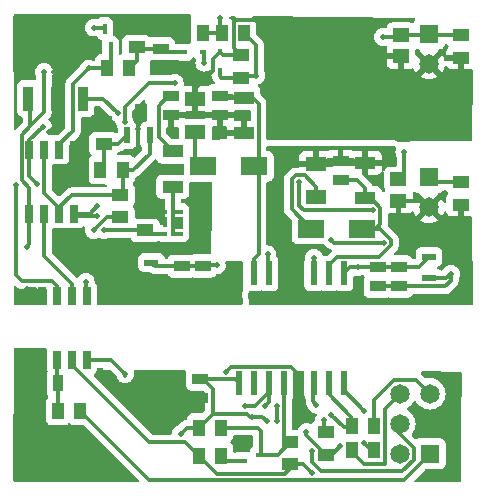
<source format=gbl>
%TF.GenerationSoftware,KiCad,Pcbnew,8.0.2*%
%TF.CreationDate,2024-06-14T21:27:28+05:30*%
%TF.ProjectId,gate driver circuit design,67617465-2064-4726-9976-657220636972,rev?*%
%TF.SameCoordinates,Original*%
%TF.FileFunction,Copper,L2,Bot*%
%TF.FilePolarity,Positive*%
%FSLAX46Y46*%
G04 Gerber Fmt 4.6, Leading zero omitted, Abs format (unit mm)*
G04 Created by KiCad (PCBNEW 8.0.2) date 2024-06-14 21:27:28*
%MOMM*%
%LPD*%
G01*
G04 APERTURE LIST*
%TA.AperFunction,ComponentPad*%
%ADD10R,1.650000X1.650000*%
%TD*%
%TA.AperFunction,ComponentPad*%
%ADD11C,1.650000*%
%TD*%
%TA.AperFunction,SMDPad,CuDef*%
%ADD12R,1.000000X1.450000*%
%TD*%
%TA.AperFunction,SMDPad,CuDef*%
%ADD13R,1.450000X1.150000*%
%TD*%
%TA.AperFunction,SMDPad,CuDef*%
%ADD14R,1.800000X1.050000*%
%TD*%
%TA.AperFunction,SMDPad,CuDef*%
%ADD15R,0.950000X2.150000*%
%TD*%
%TA.AperFunction,SMDPad,CuDef*%
%ADD16R,3.250000X2.150000*%
%TD*%
%TA.AperFunction,SMDPad,CuDef*%
%ADD17R,1.250000X0.600000*%
%TD*%
%TA.AperFunction,SMDPad,CuDef*%
%ADD18R,1.390000X0.960000*%
%TD*%
%TA.AperFunction,SMDPad,CuDef*%
%ADD19R,1.450000X1.000000*%
%TD*%
%TA.AperFunction,SMDPad,CuDef*%
%ADD20R,1.800000X1.150000*%
%TD*%
%TA.AperFunction,SMDPad,CuDef*%
%ADD21R,0.650000X1.528000*%
%TD*%
%TA.AperFunction,SMDPad,CuDef*%
%ADD22R,0.540000X0.420000*%
%TD*%
%TA.AperFunction,SMDPad,CuDef*%
%ADD23R,0.420000X0.540000*%
%TD*%
%TA.AperFunction,SMDPad,CuDef*%
%ADD24R,0.900000X0.400000*%
%TD*%
%TA.AperFunction,SMDPad,CuDef*%
%ADD25R,2.300000X1.550000*%
%TD*%
%TA.AperFunction,SMDPad,CuDef*%
%ADD26R,0.400000X0.900000*%
%TD*%
%TA.AperFunction,SMDPad,CuDef*%
%ADD27R,0.558800X1.320800*%
%TD*%
%TA.AperFunction,SMDPad,CuDef*%
%ADD28R,0.558800X1.587500*%
%TD*%
%TA.AperFunction,SMDPad,CuDef*%
%ADD29R,0.910000X1.390000*%
%TD*%
%TA.AperFunction,SMDPad,CuDef*%
%ADD30R,0.600000X2.000000*%
%TD*%
%TA.AperFunction,SMDPad,CuDef*%
%ADD31R,0.400000X0.455000*%
%TD*%
%TA.AperFunction,SMDPad,CuDef*%
%ADD32R,0.400000X0.850000*%
%TD*%
%TA.AperFunction,SMDPad,CuDef*%
%ADD33R,1.050000X1.100000*%
%TD*%
%TA.AperFunction,ViaPad*%
%ADD34C,0.500000*%
%TD*%
%TA.AperFunction,Conductor*%
%ADD35C,0.300000*%
%TD*%
%ADD36C,0.300000*%
%ADD37C,0.350000*%
G04 APERTURE END LIST*
D10*
%TO.P,J103,1,1*%
%TO.N,Coma*%
X112691000Y-59982000D03*
D11*
%TO.P,J103,2,2*%
%TO.N,G1*%
X112691000Y-62522000D03*
%TD*%
D10*
%TO.P,J101,1,1*%
%TO.N,RESET*%
X112783000Y-83379000D03*
D11*
%TO.P,J101,2,2*%
%TO.N,FLT*%
X110243000Y-83379000D03*
%TO.P,J101,3,3*%
%TO.N,GND*%
X112783000Y-80839000D03*
%TO.P,J101,4,4*%
%TO.N,Net-(J101-Pad4)*%
X110243000Y-80839000D03*
%TO.P,J101,5,5*%
%TO.N,Vg2*%
X112783000Y-78299000D03*
%TO.P,J101,6,6*%
%TO.N,Vg1*%
X110243000Y-78299000D03*
%TD*%
D10*
%TO.P,J102,1,1*%
%TO.N,Comb*%
X112705000Y-47812000D03*
D11*
%TO.P,J102,2,2*%
%TO.N,G2*%
X112705000Y-50352000D03*
%TD*%
D12*
%TO.P,R33,1,1*%
%TO.N,Vg1*%
X106155000Y-83038000D03*
%TO.P,R33,2,2*%
%TO.N,Net-(U6-INA)*%
X108055000Y-83038000D03*
%TD*%
D13*
%TO.P,C40,1,1*%
%TO.N,G2*%
X110337000Y-49737000D03*
%TO.P,C40,2,2*%
%TO.N,Comb*%
X110337000Y-47937000D03*
%TD*%
D14*
%TO.P,R13,1,1*%
%TO.N,Net-(Q1-Pad1)*%
X91027000Y-60779000D03*
%TO.P,R13,2,2*%
%TO.N,Net-(C25-Pad1)*%
X91027000Y-57779000D03*
%TD*%
D15*
%TO.P,U2,1,IN*%
%TO.N,+15Vb*%
X83391000Y-53300000D03*
%TO.P,U2,2,GND_2*%
%TO.N,-4Vb*%
X81091000Y-53300000D03*
%TO.P,U2,3,OUT*%
%TO.N,Vcc5V*%
X78791000Y-53300000D03*
D16*
%TO.P,U2,4,GND_4*%
%TO.N,-4Vb*%
X81091000Y-47500000D03*
%TD*%
D17*
%TO.P,C26,1,1*%
%TO.N,Comb*%
X89202000Y-67184000D03*
%TO.P,C26,2,2*%
%TO.N,-4Vb*%
X89202000Y-68984000D03*
%TD*%
D12*
%TO.P,R24,1,1*%
%TO.N,Net-(U9-REF)*%
X84889000Y-59339000D03*
%TO.P,R24,2,2*%
%TO.N,Net-(U8--IN_A)*%
X86789000Y-59339000D03*
%TD*%
D18*
%TO.P,C25,1,1*%
%TO.N,Net-(C25-Pad1)*%
X90858000Y-53102000D03*
%TO.P,C25,2,2*%
%TO.N,G2*%
X90858000Y-54722000D03*
%TD*%
D12*
%TO.P,R30,1,1*%
%TO.N,Net-(Q4-C)*%
X95106000Y-81179000D03*
%TO.P,R30,2,2*%
%TO.N,5Vin*%
X93206000Y-81179000D03*
%TD*%
D19*
%TO.P,R20,1,1*%
%TO.N,Net-(U8--IN_A)*%
X86583000Y-61472000D03*
%TO.P,R20,2,2*%
%TO.N,Vcc5V*%
X86583000Y-63372000D03*
%TD*%
%TO.P,R19,1,1*%
%TO.N,Net-(Q2-E)*%
X88676000Y-64463000D03*
%TO.P,R19,2,2*%
%TO.N,-4Vb*%
X88676000Y-62563000D03*
%TD*%
D20*
%TO.P,R11,1,1*%
%TO.N,Net-(D4-A)*%
X92932000Y-56099000D03*
%TO.P,R11,2,2*%
%TO.N,G2*%
X92932000Y-53299000D03*
%TD*%
D17*
%TO.P,C18,1,1*%
%TO.N,+15Va*%
X112712000Y-66702000D03*
%TO.P,C18,2,2*%
%TO.N,Coma*%
X112712000Y-68502000D03*
%TD*%
D21*
%TO.P,U7,1,VCC1*%
%TO.N,5Vin*%
X83762000Y-75434000D03*
%TO.P,U7,2,OUTA*%
%TO.N,FLT*%
X82492000Y-75434000D03*
%TO.P,U7,3,INB*%
%TO.N,Net-(U7-INB)*%
X81222000Y-75434000D03*
%TO.P,U7,4,GND1*%
%TO.N,GND*%
X79952000Y-75434000D03*
%TO.P,U7,5,GND2*%
%TO.N,-4Vb*%
X79952000Y-70012000D03*
%TO.P,U7,6,OUTB*%
%TO.N,Net-(U7-OUTB)*%
X81222000Y-70012000D03*
%TO.P,U7,7,INA*%
%TO.N,Net-(U7-INA)*%
X82492000Y-70012000D03*
%TO.P,U7,8,VCC2*%
%TO.N,Vcc5V*%
X83762000Y-70012000D03*
%TD*%
D19*
%TO.P,R14,1,1*%
%TO.N,Comb*%
X115412000Y-47939000D03*
%TO.P,R14,2,2*%
%TO.N,G2*%
X115412000Y-49839000D03*
%TD*%
D22*
%TO.P,D8,1,K*%
%TO.N,Net-(D8-K)*%
X91980000Y-49392000D03*
%TO.P,D8,2,A*%
%TO.N,Net-(D8-A)*%
X93580000Y-49392000D03*
%TD*%
D14*
%TO.P,R7,1,1*%
%TO.N,Net-(D3-K)*%
X107308000Y-61751000D03*
%TO.P,R7,2,2*%
%TO.N,G1*%
X107308000Y-58751000D03*
%TD*%
D18*
%TO.P,C19,1,1*%
%TO.N,+15Va*%
X110148000Y-67565000D03*
%TO.P,C19,2,2*%
%TO.N,Coma*%
X110148000Y-69185000D03*
%TD*%
%TO.P,C23,1,1*%
%TO.N,Net-(D3-K)*%
X105217000Y-60200000D03*
%TO.P,C23,2,2*%
%TO.N,G1*%
X105217000Y-58620000D03*
%TD*%
D23*
%TO.P,D5,1,K*%
%TO.N,G2*%
X94987000Y-49352000D03*
%TO.P,D5,2,A*%
%TO.N,Net-(D5-A)*%
X94987000Y-50952000D03*
%TD*%
D18*
%TO.P,C34,1,1*%
%TO.N,-4Vb*%
X90012000Y-47518000D03*
%TO.P,C34,2,2*%
%TO.N,Net-(D8-K)*%
X90012000Y-49098000D03*
%TD*%
D24*
%TO.P,Q4,1,B*%
%TO.N,Net-(Q4-B)*%
X96884000Y-83968000D03*
%TO.P,Q4,2,E*%
%TO.N,GND*%
X96884000Y-82968000D03*
%TO.P,Q4,3,C*%
%TO.N,Net-(Q4-C)*%
X98484000Y-83468000D03*
%TD*%
D25*
%TO.P,D3,1,K*%
%TO.N,Net-(D3-K)*%
X107036000Y-64320000D03*
%TO.P,D3,2,A*%
%TO.N,Net-(D3-A)*%
X102736000Y-64320000D03*
%TD*%
%TO.P,D4,1,K*%
%TO.N,Net-(D4-K)*%
X97910000Y-59052000D03*
%TO.P,D4,2,A*%
%TO.N,Net-(D4-A)*%
X93610000Y-59052000D03*
%TD*%
D19*
%TO.P,R132,1,1*%
%TO.N,Net-(J101-Pad4)*%
X103989000Y-81573000D03*
%TO.P,R132,2,2*%
%TO.N,5Vin*%
X103989000Y-83473000D03*
%TD*%
D18*
%TO.P,C22,1,1*%
%TO.N,GND*%
X93321000Y-78676000D03*
%TO.P,C22,2,2*%
%TO.N,5Vin*%
X93321000Y-77056000D03*
%TD*%
D26*
%TO.P,Q3,1,B*%
%TO.N,Net-(Q3-B)*%
X85251000Y-47376000D03*
%TO.P,Q3,2,E*%
%TO.N,-4Vb*%
X86251000Y-47376000D03*
%TO.P,Q3,3,C*%
%TO.N,Net-(Q3-C)*%
X85751000Y-48976000D03*
%TD*%
D18*
%TO.P,C27,1,1*%
%TO.N,Comb*%
X93540000Y-67474000D03*
%TO.P,C27,2,2*%
%TO.N,-4Vb*%
X93540000Y-69094000D03*
%TD*%
D19*
%TO.P,R28,1,1*%
%TO.N,-4Vb*%
X85179000Y-55250000D03*
%TO.P,R28,2,2*%
%TO.N,Net-(U9-REF)*%
X85179000Y-57150000D03*
%TD*%
D12*
%TO.P,R21,1,1*%
%TO.N,Net-(D8-K)*%
X87326000Y-50756000D03*
%TO.P,R21,2,2*%
%TO.N,Net-(Q3-C)*%
X85426000Y-50756000D03*
%TD*%
%TO.P,R26,1,1*%
%TO.N,-4Vb*%
X91672000Y-47755000D03*
%TO.P,R26,2,2*%
%TO.N,Net-(D8-A)*%
X93572000Y-47755000D03*
%TD*%
%TO.P,R23,1,1*%
%TO.N,Net-(U7-INB)*%
X81294000Y-79734000D03*
%TO.P,R23,2,2*%
%TO.N,RESET*%
X83194000Y-79734000D03*
%TD*%
%TO.P,R34,1,1*%
%TO.N,Vg2*%
X108081000Y-81033000D03*
%TO.P,R34,2,2*%
%TO.N,Net-(U6-INB)*%
X106181000Y-81033000D03*
%TD*%
D13*
%TO.P,C39,1,1*%
%TO.N,G1*%
X110125000Y-61950000D03*
%TO.P,C39,2,2*%
%TO.N,Coma*%
X110125000Y-60150000D03*
%TD*%
D19*
%TO.P,R12,1,1*%
%TO.N,Coma*%
X115391000Y-60377000D03*
%TO.P,R12,2,2*%
%TO.N,G1*%
X115391000Y-62277000D03*
%TD*%
%TO.P,R15,1,1*%
%TO.N,Net-(D5-A)*%
X96799000Y-51541000D03*
%TO.P,R15,2,2*%
%TO.N,G2*%
X96799000Y-49641000D03*
%TD*%
D14*
%TO.P,R10,1,1*%
%TO.N,Net-(D4-K)*%
X97041000Y-53239000D03*
%TO.P,R10,2,2*%
%TO.N,G2*%
X97041000Y-56239000D03*
%TD*%
D18*
%TO.P,C24,1,1*%
%TO.N,Net-(D4-K)*%
X94985000Y-53091000D03*
%TO.P,C24,2,2*%
%TO.N,G2*%
X94985000Y-54671000D03*
%TD*%
D20*
%TO.P,R8,1,1*%
%TO.N,Net-(D3-A)*%
X103126000Y-61628000D03*
%TO.P,R8,2,2*%
%TO.N,G1*%
X103126000Y-58828000D03*
%TD*%
D12*
%TO.P,R32,1,1*%
%TO.N,Net-(Q4-B)*%
X95133000Y-83603000D03*
%TO.P,R32,2,2*%
%TO.N,FLT*%
X93233000Y-83603000D03*
%TD*%
%TO.P,R18,1,1*%
%TO.N,Net-(D8-A)*%
X95150000Y-47762000D03*
%TO.P,R18,2,2*%
%TO.N,Net-(D5-A)*%
X97050000Y-47762000D03*
%TD*%
D27*
%TO.P,U9,1,CATHODE*%
%TO.N,Net-(U8--IN_A)*%
X89049501Y-56403000D03*
%TO.P,U9,2,REF*%
%TO.N,Net-(U9-REF)*%
X87149499Y-56403000D03*
D28*
%TO.P,U9,3,ANODE*%
%TO.N,-4Vb*%
X88099500Y-54504350D03*
%TD*%
D21*
%TO.P,U8,1,OUT_A*%
%TO.N,Net-(D7-A)*%
X78883000Y-57617000D03*
%TO.P,U8,2,-IN_A*%
%TO.N,Net-(U8--IN_A)*%
X80153000Y-57617000D03*
%TO.P,U8,3,+IN_A*%
%TO.N,Net-(Q3-C)*%
X81423000Y-57617000D03*
%TO.P,U8,4,V-*%
%TO.N,-4Vb*%
X82693000Y-57617000D03*
%TO.P,U8,5,+IN_B*%
%TO.N,Net-(U8-+IN_B)*%
X82693000Y-63039000D03*
%TO.P,U8,6,-IN_B*%
%TO.N,Net-(U8--IN_A)*%
X81423000Y-63039000D03*
%TO.P,U8,7,OUT_B*%
%TO.N,Net-(U7-INA)*%
X80153000Y-63039000D03*
%TO.P,U8,8,V+*%
%TO.N,Vcc5V*%
X78883000Y-63039000D03*
%TD*%
D19*
%TO.P,R25,1,1*%
%TO.N,-4Vb*%
X87949000Y-47012000D03*
%TO.P,R25,2,2*%
%TO.N,Net-(D8-K)*%
X87949000Y-48912000D03*
%TD*%
D18*
%TO.P,C20,1,1*%
%TO.N,+15Va*%
X108383000Y-67604000D03*
%TO.P,C20,2,2*%
%TO.N,Coma*%
X108383000Y-69184000D03*
%TD*%
D29*
%TO.P,C35,1,1*%
%TO.N,GND*%
X79649000Y-77413000D03*
%TO.P,C35,2,2*%
%TO.N,Net-(U7-INB)*%
X81289000Y-77413000D03*
%TD*%
D19*
%TO.P,R31,1,1*%
%TO.N,Net-(Q4-C)*%
X100970000Y-82384000D03*
%TO.P,R31,2,2*%
%TO.N,FLT*%
X100970000Y-84284000D03*
%TD*%
D18*
%TO.P,C30,1,1*%
%TO.N,Comb*%
X91764000Y-67500000D03*
%TO.P,C30,2,2*%
%TO.N,-4Vb*%
X91764000Y-69080000D03*
%TD*%
D30*
%TO.P,U6,1,INA*%
%TO.N,Net-(U6-INA)*%
X105507000Y-77412000D03*
%TO.P,U6,2,INB*%
%TO.N,Net-(U6-INB)*%
X104237000Y-77412000D03*
%TO.P,U6,3,VCCI_1*%
%TO.N,5Vin*%
X102967000Y-77412000D03*
%TO.P,U6,4,GND*%
%TO.N,GND*%
X101697000Y-77412000D03*
%TO.P,U6,5,EN*%
%TO.N,Net-(Q4-C)*%
X100427000Y-77412000D03*
%TO.P,U6,6,DT*%
%TO.N,Net-(U6-DT)*%
X99157000Y-77412000D03*
%TO.P,U6,7,NC*%
%TO.N,unconnected-(U6-NC-Pad7)*%
X97887000Y-77412000D03*
%TO.P,U6,8,VCCI_2*%
%TO.N,5Vin*%
X96617000Y-77412000D03*
%TO.P,U6,9,VSSB*%
%TO.N,-4Vb*%
X96617000Y-68112000D03*
%TO.P,U6,10,OUTB*%
%TO.N,Net-(D4-K)*%
X97887000Y-68112000D03*
%TO.P,U6,11,VDDB*%
%TO.N,+15Vb*%
X99157000Y-68112000D03*
%TO.P,U6,14,VSSA*%
%TO.N,-4Va*%
X102967000Y-68112000D03*
%TO.P,U6,15,OUTA*%
%TO.N,Net-(D3-K)*%
X104237000Y-68112000D03*
%TO.P,U6,16,VDDA*%
%TO.N,+15Va*%
X105507000Y-68112000D03*
%TD*%
D31*
%TO.P,Q1,1*%
%TO.N,Net-(Q1-Pad1)*%
X91677000Y-64735000D03*
%TO.P,Q1,2*%
X91027000Y-64735000D03*
%TO.P,Q1,3*%
%TO.N,Net-(Q2-E)*%
X90377000Y-64735000D03*
%TO.P,Q1,4*%
%TO.N,-4Vb*%
X90377000Y-62890000D03*
%TO.P,Q1,5*%
%TO.N,Net-(Q1-Pad1)*%
X91027000Y-62890000D03*
%TO.P,Q1,6*%
X91677000Y-62890000D03*
D32*
%TO.P,Q1,7*%
%TO.N,-4Vb*%
X90377000Y-63716500D03*
D33*
%TO.P,Q1,8*%
%TO.N,Net-(Q1-Pad1)*%
X91352000Y-63812500D03*
%TD*%
D34*
%TO.N,+15Va*%
X106678000Y-67565000D03*
%TO.N,Coma*%
X110611000Y-57821000D03*
X114558000Y-68123000D03*
%TO.N,GND*%
X78674000Y-84663000D03*
X78640000Y-80880000D03*
X95526000Y-76456000D03*
X91577000Y-77166000D03*
X91577000Y-78754000D03*
X78594000Y-77608000D03*
X97284087Y-82451442D03*
X80238000Y-83121000D03*
X83004000Y-84678000D03*
%TO.N,5Vin*%
X103178000Y-79208000D03*
X98982765Y-80638765D03*
X102328000Y-81546000D03*
X97686735Y-80237735D03*
X105205001Y-82754382D03*
X86983000Y-76606000D03*
X91670000Y-81703000D03*
%TO.N,-4Va*%
X102958000Y-66773000D03*
X107962500Y-62778500D03*
X101691757Y-60395938D03*
%TO.N,-4Vb*%
X88469000Y-61338000D03*
X88099500Y-55919000D03*
X89064000Y-59531000D03*
X80526279Y-56165972D03*
X82332000Y-59077000D03*
X78685000Y-69440000D03*
X83707000Y-57816000D03*
X89768036Y-46480842D03*
X87825000Y-69052000D03*
X80969000Y-51050000D03*
%TO.N,Vcc5V*%
X84323000Y-64463000D03*
X80106735Y-51063735D03*
X83651000Y-68837000D03*
X78645736Y-65878736D03*
%TO.N,Comb*%
X94752000Y-67436000D03*
X86941000Y-55292598D03*
X108808000Y-48103000D03*
X91185000Y-51948000D03*
%TO.N,+15Vb*%
X86341000Y-54521000D03*
X99036000Y-66497000D03*
%TO.N,Net-(U6-INB)*%
X104432000Y-80054000D03*
%TO.N,Net-(U6-INA)*%
X107222000Y-82491000D03*
X107220000Y-79730000D03*
%TO.N,Net-(D5-A)*%
X98084000Y-51366000D03*
%TO.N,Net-(D7-A)*%
X80013000Y-55690000D03*
X79553000Y-60568000D03*
%TO.N,Net-(D8-A)*%
X94976063Y-46478107D03*
X93693000Y-50273000D03*
%TO.N,FLT*%
X102766597Y-84973512D03*
%TO.N,Net-(J101-Pad4)*%
X102776000Y-83108529D03*
X103817000Y-80537000D03*
%TO.N,Net-(Q2-E)*%
X85175000Y-64463000D03*
%TO.N,Net-(U1-D1)*%
X99827000Y-79364955D03*
X99827000Y-80564955D03*
%TO.N,Net-(U7-OUTB)*%
X77771814Y-60615022D03*
%TO.N,Net-(Q3-C)*%
X83882000Y-50756000D03*
%TO.N,Net-(D1-Pad2)*%
X104422000Y-65237000D03*
X108888000Y-65495000D03*
%TO.N,Net-(U6-DT)*%
X97157000Y-79320000D03*
X98796000Y-79345000D03*
%TO.N,Net-(Q3-B)*%
X84345000Y-47293000D03*
%TO.N,Net-(U8-+IN_B)*%
X84557000Y-63263000D03*
X84608666Y-62416666D03*
%TD*%
D35*
%TO.N,+15Va*%
X106678000Y-67565000D02*
X106695000Y-67548000D01*
X106695000Y-67548000D02*
X108327000Y-67548000D01*
X108383000Y-67604000D02*
X110109000Y-67604000D01*
X110109000Y-67604000D02*
X110148000Y-67565000D01*
X106678000Y-67565000D02*
X106054000Y-67565000D01*
X111849000Y-67565000D02*
X112712000Y-66702000D01*
X110148000Y-67565000D02*
X111849000Y-67565000D01*
X108327000Y-67548000D02*
X108383000Y-67604000D01*
X106054000Y-67565000D02*
X105507000Y-68112000D01*
%TO.N,Coma*%
X108383000Y-69184000D02*
X110147000Y-69184000D01*
X114558000Y-68123000D02*
X114162000Y-68519000D01*
X110147000Y-69184000D02*
X110148000Y-69185000D01*
X114094000Y-69185000D02*
X110148000Y-69185000D01*
X110611000Y-57821000D02*
X110611000Y-59664000D01*
X114558000Y-68721000D02*
X114094000Y-69185000D01*
X114162000Y-68519000D02*
X112729000Y-68519000D01*
X112729000Y-68519000D02*
X112712000Y-68502000D01*
X114558000Y-68123000D02*
X114558000Y-68721000D01*
X115391000Y-60377000D02*
X113086000Y-60377000D01*
X110611000Y-59664000D02*
X110125000Y-60150000D01*
X113086000Y-60377000D02*
X112691000Y-59982000D01*
%TO.N,GND*%
X79649000Y-77413000D02*
X78789000Y-77413000D01*
X96884000Y-82851529D02*
X96884000Y-82968000D01*
X101697000Y-76712000D02*
X101697000Y-77412000D01*
X93243000Y-78754000D02*
X93321000Y-78676000D01*
X78789000Y-77413000D02*
X78594000Y-77608000D01*
X97284087Y-82451442D02*
X96884000Y-82851529D01*
X91579000Y-78754000D02*
X93243000Y-78754000D01*
X101047000Y-76062000D02*
X101697000Y-76712000D01*
X95526000Y-76456000D02*
X95920000Y-76062000D01*
X95920000Y-76062000D02*
X101047000Y-76062000D01*
%TO.N,5Vin*%
X98982765Y-80638765D02*
X98581735Y-80237735D01*
X102914000Y-78944000D02*
X102914000Y-77465000D01*
X96261000Y-77056000D02*
X96617000Y-77412000D01*
X98581735Y-80237735D02*
X97686735Y-80237735D01*
X104486383Y-83473000D02*
X103989000Y-83473000D01*
X83762000Y-75434000D02*
X85811000Y-75434000D01*
X93321000Y-77056000D02*
X96261000Y-77056000D01*
X94384000Y-77864000D02*
X94384000Y-80001000D01*
X92194000Y-81179000D02*
X93206000Y-81179000D01*
X94384000Y-80001000D02*
X93206000Y-81179000D01*
X93321000Y-77056000D02*
X93576000Y-77056000D01*
X93576000Y-77056000D02*
X94384000Y-77864000D01*
X103989000Y-83473000D02*
X102328000Y-81812000D01*
X85811000Y-75434000D02*
X86983000Y-76606000D01*
X86983000Y-76606000D02*
X86983000Y-76762000D01*
X103178000Y-79208000D02*
X102914000Y-78944000D01*
X91670000Y-81703000D02*
X92194000Y-81179000D01*
X97686735Y-80237735D02*
X97521735Y-80237735D01*
X97285000Y-80001000D02*
X94384000Y-80001000D01*
X97521735Y-80237735D02*
X97285000Y-80001000D01*
X102328000Y-81812000D02*
X102328000Y-81546000D01*
X102914000Y-77465000D02*
X102967000Y-77412000D01*
X98982765Y-80638765D02*
X98998126Y-80654126D01*
X105205001Y-82754382D02*
X104486383Y-83473000D01*
%TO.N,-4Va*%
X101691757Y-62368757D02*
X102101500Y-62778500D01*
X101691757Y-60395938D02*
X101691757Y-62368757D01*
X102101500Y-62778500D02*
X107962500Y-62778500D01*
X102958000Y-66773000D02*
X102958000Y-68103000D01*
X102958000Y-68103000D02*
X102967000Y-68112000D01*
%TO.N,-4Vb*%
X89134000Y-69052000D02*
X89202000Y-68984000D01*
X88099500Y-55919000D02*
X88099500Y-54504350D01*
X89064000Y-59531000D02*
X89064000Y-60743000D01*
X89064000Y-60743000D02*
X88469000Y-61338000D01*
X78685000Y-69440000D02*
X79380000Y-69440000D01*
X90012000Y-47518000D02*
X90012000Y-46724806D01*
X87825000Y-69052000D02*
X89134000Y-69052000D01*
X79380000Y-69440000D02*
X79952000Y-70012000D01*
X81091000Y-55601251D02*
X80526279Y-56165972D01*
X80969000Y-51050000D02*
X81091000Y-51172000D01*
X84954000Y-55250000D02*
X85179000Y-55250000D01*
X81091000Y-51172000D02*
X81091000Y-53300000D01*
X88469000Y-61338000D02*
X88469000Y-62356000D01*
X90012000Y-46724806D02*
X89768036Y-46480842D01*
X83707000Y-57816000D02*
X83707000Y-56497000D01*
X82693000Y-58716000D02*
X82332000Y-59077000D01*
X82693000Y-57617000D02*
X82693000Y-58716000D01*
X83707000Y-56497000D02*
X84954000Y-55250000D01*
X88469000Y-62356000D02*
X88676000Y-62563000D01*
X81091000Y-53300000D02*
X81091000Y-55601251D01*
%TO.N,Vcc5V*%
X86583000Y-63372000D02*
X85417471Y-63372000D01*
X78858736Y-60853415D02*
X78858736Y-63014736D01*
X78883000Y-63039000D02*
X78883000Y-65641472D01*
X78957000Y-53466000D02*
X78791000Y-53300000D01*
X83651000Y-68837000D02*
X83651000Y-69901000D01*
X78883000Y-65641472D02*
X78645736Y-65878736D01*
X78858736Y-63014736D02*
X78883000Y-63039000D01*
X83651000Y-69901000D02*
X83762000Y-70012000D01*
X78957000Y-55605000D02*
X78208000Y-56354000D01*
X78208000Y-56354000D02*
X78208000Y-60202679D01*
X80106735Y-51063735D02*
X80106735Y-54455265D01*
X78957000Y-55605000D02*
X78957000Y-53466000D01*
X80106735Y-54455265D02*
X78957000Y-55605000D01*
X84326471Y-64463000D02*
X84323000Y-64463000D01*
X78208000Y-60202679D02*
X78858736Y-60853415D01*
X85417471Y-63372000D02*
X84326471Y-64463000D01*
%TO.N,Comb*%
X93540000Y-67474000D02*
X91790000Y-67474000D01*
X86941000Y-55292598D02*
X86941000Y-54017000D01*
X91790000Y-67474000D02*
X91764000Y-67500000D01*
X110337000Y-47937000D02*
X112580000Y-47937000D01*
X112580000Y-47937000D02*
X112705000Y-47812000D01*
X86941000Y-54017000D02*
X89010000Y-51948000D01*
X108808000Y-48103000D02*
X110171000Y-48103000D01*
X112832000Y-47939000D02*
X112705000Y-47812000D01*
X91764000Y-67500000D02*
X89518000Y-67500000D01*
X115412000Y-47939000D02*
X112832000Y-47939000D01*
X89518000Y-67500000D02*
X89202000Y-67184000D01*
X94752000Y-67436000D02*
X93578000Y-67436000D01*
X110171000Y-48103000D02*
X110337000Y-47937000D01*
X93578000Y-67436000D02*
X93540000Y-67474000D01*
X89010000Y-51948000D02*
X91185000Y-51948000D01*
%TO.N,+15Vb*%
X86341000Y-54521000D02*
X85120000Y-53300000D01*
X99036000Y-67991000D02*
X99157000Y-68112000D01*
X85120000Y-53300000D02*
X83391000Y-53300000D01*
X99036000Y-66497000D02*
X99036000Y-67991000D01*
%TO.N,G1*%
X112691000Y-62522000D02*
X114364000Y-64195000D01*
X114364000Y-64195000D02*
X114979000Y-64195000D01*
X114979000Y-64195000D02*
X115391000Y-63783000D01*
X110125000Y-61950000D02*
X112119000Y-61950000D01*
X112119000Y-61950000D02*
X112691000Y-62522000D01*
X115391000Y-63783000D02*
X115391000Y-62277000D01*
%TO.N,Net-(D3-K)*%
X108562500Y-62529971D02*
X108562500Y-63949500D01*
X107308000Y-61751000D02*
X107783529Y-61751000D01*
X109488000Y-65743529D02*
X108494529Y-66737000D01*
X107308000Y-60907000D02*
X107308000Y-61751000D01*
X104912000Y-66737000D02*
X104237000Y-67412000D01*
X108562500Y-63949500D02*
X108192000Y-64320000D01*
X108494529Y-66737000D02*
X104912000Y-66737000D01*
X108561529Y-64320000D02*
X109488000Y-65246471D01*
X109488000Y-65246471D02*
X109488000Y-65743529D01*
X107036000Y-64320000D02*
X108561529Y-64320000D01*
X108192000Y-64320000D02*
X107036000Y-64320000D01*
X107783529Y-61751000D02*
X108562500Y-62529971D01*
X106601000Y-60200000D02*
X107308000Y-60907000D01*
X105217000Y-60200000D02*
X106601000Y-60200000D01*
X104237000Y-67412000D02*
X104237000Y-68112000D01*
%TO.N,G2*%
X109141471Y-49737000D02*
X110337000Y-49737000D01*
X94427000Y-49912000D02*
X94427000Y-50957000D01*
X92932000Y-52452000D02*
X92932000Y-53299000D01*
X96799000Y-49641000D02*
X96200000Y-49042000D01*
X95276000Y-49641000D02*
X94987000Y-49352000D01*
X94987000Y-49352000D02*
X94427000Y-49912000D01*
X106091471Y-46687000D02*
X109141471Y-49737000D01*
X96200000Y-49042000D02*
X96200000Y-46687000D01*
X94427000Y-50957000D02*
X92932000Y-52452000D01*
X96200000Y-46687000D02*
X106091471Y-46687000D01*
X96799000Y-49641000D02*
X95276000Y-49641000D01*
%TO.N,Net-(D4-K)*%
X98291000Y-53743000D02*
X97787000Y-53239000D01*
X97041000Y-53239000D02*
X95133000Y-53239000D01*
X97787000Y-53239000D02*
X97041000Y-53239000D01*
X97887000Y-66855000D02*
X97887000Y-68112000D01*
X98291000Y-66451000D02*
X97887000Y-66855000D01*
X97910000Y-59052000D02*
X98291000Y-58671000D01*
X98291000Y-58671000D02*
X98291000Y-53743000D01*
X94985000Y-53091000D02*
X96018000Y-53091000D01*
X95133000Y-53239000D02*
X94985000Y-53091000D01*
X98291000Y-55364000D02*
X98291000Y-66451000D01*
%TO.N,Net-(C25-Pad1)*%
X90603000Y-53102000D02*
X89813000Y-53892000D01*
X90858000Y-53102000D02*
X90603000Y-53102000D01*
X89813000Y-56565000D02*
X91027000Y-57779000D01*
X89813000Y-53892000D02*
X89813000Y-56565000D01*
%TO.N,Net-(D8-K)*%
X87949000Y-50133000D02*
X87326000Y-50756000D01*
X91980000Y-49392000D02*
X90306000Y-49392000D01*
X87949000Y-48912000D02*
X87949000Y-50133000D01*
X90306000Y-49392000D02*
X90012000Y-49098000D01*
X90012000Y-49098000D02*
X88135000Y-49098000D01*
X88135000Y-49098000D02*
X87949000Y-48912000D01*
%TO.N,Net-(U6-INB)*%
X104237000Y-77412000D02*
X104237000Y-78329000D01*
X106131000Y-81103000D02*
X105481000Y-81103000D01*
X106131000Y-80223000D02*
X106131000Y-81103000D01*
X104237000Y-78329000D02*
X106131000Y-80223000D01*
X105481000Y-81103000D02*
X104432000Y-80054000D01*
%TO.N,Net-(U6-INA)*%
X105507000Y-77412000D02*
X105507000Y-78017000D01*
X108055000Y-83038000D02*
X107769000Y-83038000D01*
X107769000Y-83038000D02*
X107222000Y-82491000D01*
X105507000Y-78017000D02*
X107220000Y-79730000D01*
%TO.N,Net-(D5-A)*%
X94987000Y-51397000D02*
X95131000Y-51541000D01*
X98084000Y-48796000D02*
X97050000Y-47762000D01*
X98084000Y-51366000D02*
X98084000Y-48796000D01*
X94987000Y-50952000D02*
X94987000Y-51397000D01*
X95131000Y-51541000D02*
X96799000Y-51541000D01*
X96974000Y-51366000D02*
X96799000Y-51541000D01*
X98084000Y-51366000D02*
X96974000Y-51366000D01*
%TO.N,Net-(D7-A)*%
X78883000Y-57617000D02*
X78883000Y-59866894D01*
X78883000Y-59866894D02*
X79019553Y-60003447D01*
X78883000Y-57617000D02*
X78883000Y-56820000D01*
X78883000Y-56820000D02*
X80013000Y-55690000D01*
X79553000Y-60536893D02*
X79553000Y-60568000D01*
X79191000Y-60174893D02*
X79553000Y-60536893D01*
X79019553Y-60003447D02*
X79191000Y-60174893D01*
%TO.N,Net-(D8-A)*%
X94976063Y-46478107D02*
X94976063Y-47588063D01*
X93693000Y-49505000D02*
X93580000Y-49392000D01*
X95150000Y-47762000D02*
X93579000Y-47762000D01*
X93693000Y-50273000D02*
X93693000Y-49505000D01*
X93579000Y-47762000D02*
X93572000Y-47755000D01*
X94976063Y-47588063D02*
X95150000Y-47762000D01*
%TO.N,FLT*%
X82492000Y-75434000D02*
X82492000Y-75873000D01*
X102077085Y-84284000D02*
X102766597Y-84973512D01*
X94476500Y-84814500D02*
X94735512Y-85073512D01*
X94476500Y-84814500D02*
X93265000Y-83603000D01*
X93265000Y-83603000D02*
X93233000Y-83603000D01*
X92035000Y-82405000D02*
X93233000Y-83603000D01*
X100970000Y-84284000D02*
X102077085Y-84284000D01*
X100970000Y-84606000D02*
X100970000Y-84284000D01*
X89024000Y-82405000D02*
X92035000Y-82405000D01*
X82492000Y-75873000D02*
X89024000Y-82405000D01*
X94735512Y-85073512D02*
X100502488Y-85073512D01*
X100502488Y-85073512D02*
X100970000Y-84606000D01*
%TO.N,RESET*%
X83194000Y-79734000D02*
X89033512Y-85573512D01*
X89033512Y-85573512D02*
X110588488Y-85573512D01*
X110588488Y-85573512D02*
X112783000Y-83379000D01*
%TO.N,Vg2*%
X112783000Y-78299000D02*
X111608000Y-77124000D01*
X108031000Y-78849299D02*
X108031000Y-81103000D01*
X109756299Y-77124000D02*
X108031000Y-78849299D01*
X111608000Y-77124000D02*
X109756299Y-77124000D01*
%TO.N,Net-(J101-Pad4)*%
X111418000Y-82892299D02*
X111418000Y-83865701D01*
X102776000Y-84081000D02*
X102776000Y-83108529D01*
X110448305Y-84835396D02*
X103530396Y-84835396D01*
X103817000Y-80537000D02*
X103817000Y-81401000D01*
X103817000Y-81401000D02*
X103989000Y-81573000D01*
X110243000Y-80839000D02*
X109803850Y-81278150D01*
X111418000Y-83865701D02*
X110448305Y-84835396D01*
X103530396Y-84835396D02*
X102776000Y-84081000D01*
X109803850Y-81278150D02*
X111418000Y-82892299D01*
%TO.N,Vg1*%
X108989000Y-79553000D02*
X108989000Y-84243000D01*
X107206000Y-84243000D02*
X106131000Y-83168000D01*
X110243000Y-78299000D02*
X108989000Y-79553000D01*
X108989000Y-84243000D02*
X107206000Y-84243000D01*
%TO.N,Net-(Q1-Pad1)*%
X91677000Y-62890000D02*
X91027000Y-62890000D01*
X91027000Y-62890000D02*
X91027000Y-63487500D01*
X91027000Y-64137500D02*
X91352000Y-63812500D01*
X91027000Y-64735000D02*
X91027000Y-64137500D01*
X91027000Y-63487500D02*
X91352000Y-63812500D01*
X91027000Y-60779000D02*
X91027000Y-62890000D01*
X91027000Y-64735000D02*
X91677000Y-64735000D01*
%TO.N,Net-(Q2-E)*%
X85175000Y-64463000D02*
X88676000Y-64463000D01*
X88948000Y-64735000D02*
X90377000Y-64735000D01*
X88676000Y-64463000D02*
X88948000Y-64735000D01*
%TO.N,Net-(Q4-C)*%
X99886000Y-83468000D02*
X100970000Y-82384000D01*
X100427000Y-81841000D02*
X100970000Y-82384000D01*
X98484000Y-83468000D02*
X99886000Y-83468000D01*
X98213000Y-81179000D02*
X98498126Y-81464126D01*
X95106000Y-81179000D02*
X98213000Y-81179000D01*
X100427000Y-77412000D02*
X100427000Y-81841000D01*
X98498126Y-83453874D02*
X98484000Y-83468000D01*
X98498126Y-81464126D02*
X98498126Y-83453874D01*
%TO.N,Net-(U1-D1)*%
X99827000Y-79364955D02*
X99827000Y-80564955D01*
%TO.N,Net-(U7-INA)*%
X80153000Y-63039000D02*
X80153000Y-66666000D01*
X80153000Y-66666000D02*
X82492000Y-69005000D01*
X82492000Y-69005000D02*
X82492000Y-70012000D01*
%TO.N,Net-(U7-OUTB)*%
X77771814Y-68268814D02*
X78281000Y-68778000D01*
X77771814Y-60615022D02*
X77771814Y-68268814D01*
X80819000Y-68778000D02*
X81222000Y-69181000D01*
X78281000Y-68778000D02*
X80819000Y-68778000D01*
X81222000Y-69181000D02*
X81222000Y-70012000D01*
%TO.N,Net-(U9-REF)*%
X85179000Y-59049000D02*
X84889000Y-59339000D01*
X85179000Y-57150000D02*
X85179000Y-59049000D01*
X86402499Y-57150000D02*
X87149499Y-56403000D01*
X85179000Y-57150000D02*
X86402499Y-57150000D01*
%TO.N,Net-(U8--IN_A)*%
X81423000Y-63039000D02*
X81423000Y-62520000D01*
X81423000Y-62520000D02*
X82471000Y-61472000D01*
X81423000Y-62600000D02*
X80153000Y-61330000D01*
X80153000Y-61330000D02*
X80153000Y-57617000D01*
X86789000Y-59339000D02*
X86789000Y-61266000D01*
X87675000Y-59339000D02*
X89049501Y-57964499D01*
X89049501Y-57964499D02*
X89049501Y-56403000D01*
X82471000Y-61472000D02*
X86583000Y-61472000D01*
X86789000Y-59339000D02*
X87675000Y-59339000D01*
X81423000Y-63039000D02*
X81423000Y-62600000D01*
X86789000Y-61266000D02*
X86583000Y-61472000D01*
%TO.N,Net-(Q4-B)*%
X95133000Y-83603000D02*
X95495000Y-83965000D01*
X96881000Y-83965000D02*
X96884000Y-83968000D01*
X97134000Y-83968000D02*
X96884000Y-83968000D01*
X95495000Y-83965000D02*
X96881000Y-83965000D01*
%TO.N,Net-(Q3-C)*%
X81423000Y-57617000D02*
X81423000Y-57178000D01*
X81423000Y-57178000D02*
X82566000Y-56035000D01*
X82566000Y-52072000D02*
X83882000Y-50756000D01*
X82566000Y-56035000D02*
X82566000Y-52072000D01*
X85751000Y-50431000D02*
X85426000Y-50756000D01*
X85751000Y-48976000D02*
X85751000Y-50431000D01*
X83882000Y-50756000D02*
X85426000Y-50756000D01*
%TO.N,Net-(D4-A)*%
X92932000Y-56099000D02*
X92932000Y-58374000D01*
X92932000Y-58374000D02*
X93610000Y-59052000D01*
%TO.N,Net-(D3-A)*%
X103126000Y-61628000D02*
X103126000Y-60753000D01*
X101418062Y-59795938D02*
X101091757Y-60122243D01*
X101091757Y-60122243D02*
X101091757Y-62675757D01*
X101091757Y-62675757D02*
X102736000Y-64320000D01*
X103126000Y-60753000D02*
X102168938Y-59795938D01*
X102168938Y-59795938D02*
X101418062Y-59795938D01*
%TO.N,Net-(D1-Pad2)*%
X104680000Y-65495000D02*
X108888000Y-65495000D01*
X104422000Y-65237000D02*
X104680000Y-65495000D01*
%TO.N,Net-(U6-DT)*%
X99157000Y-77412000D02*
X99157000Y-78112000D01*
X99157000Y-78112000D02*
X97949000Y-79320000D01*
X98796000Y-79345000D02*
X99157000Y-78984000D01*
X97949000Y-79320000D02*
X97157000Y-79320000D01*
X99157000Y-78984000D02*
X99157000Y-77412000D01*
%TO.N,Net-(Q3-B)*%
X85168000Y-47293000D02*
X85251000Y-47376000D01*
X84345000Y-47293000D02*
X85168000Y-47293000D01*
%TO.N,Net-(U8-+IN_B)*%
X82917000Y-63263000D02*
X82693000Y-63039000D01*
X83986332Y-63039000D02*
X82693000Y-63039000D01*
X84557000Y-63263000D02*
X82917000Y-63263000D01*
X84608666Y-62416666D02*
X83986332Y-63039000D01*
%TO.N,Net-(U7-INB)*%
X81289000Y-77413000D02*
X81289000Y-79729000D01*
X81289000Y-79729000D02*
X81294000Y-79734000D01*
X81222000Y-77346000D02*
X81289000Y-77413000D01*
X81222000Y-75434000D02*
X81222000Y-77346000D01*
%TD*%
%TA.AperFunction,Conductor*%
%TO.N,-4Vb*%
G36*
X94250965Y-60347184D02*
G01*
X94296720Y-60399988D01*
X94307924Y-60451133D01*
X94309814Y-61096873D01*
X94314675Y-62758613D01*
X94314659Y-62761003D01*
X94255630Y-66371527D01*
X94234853Y-66438236D01*
X94181308Y-66483121D01*
X94131647Y-66493500D01*
X92797129Y-66493500D01*
X92797123Y-66493501D01*
X92737520Y-66499908D01*
X92737517Y-66499908D01*
X92737517Y-66499909D01*
X92666350Y-66526452D01*
X92660476Y-66528643D01*
X92590784Y-66533626D01*
X92573815Y-66528643D01*
X92566483Y-66525909D01*
X92566482Y-66525908D01*
X92506883Y-66519501D01*
X92506881Y-66519500D01*
X92506873Y-66519500D01*
X92506864Y-66519500D01*
X91021129Y-66519500D01*
X91021123Y-66519501D01*
X90961516Y-66525908D01*
X90826671Y-66576202D01*
X90826664Y-66576206D01*
X90711455Y-66662452D01*
X90711452Y-66662455D01*
X90625204Y-66777667D01*
X90621239Y-66784929D01*
X90571832Y-66834334D01*
X90512408Y-66849500D01*
X90434407Y-66849500D01*
X90367368Y-66829815D01*
X90321613Y-66777011D01*
X90318225Y-66768833D01*
X90270797Y-66641671D01*
X90270793Y-66641664D01*
X90184547Y-66526455D01*
X90184544Y-66526452D01*
X90069335Y-66440206D01*
X90069328Y-66440202D01*
X89934482Y-66389908D01*
X89934483Y-66389908D01*
X89874883Y-66383501D01*
X89874881Y-66383500D01*
X89874873Y-66383500D01*
X89874864Y-66383500D01*
X88529129Y-66383500D01*
X88529123Y-66383501D01*
X88469516Y-66389908D01*
X88334671Y-66440202D01*
X88334664Y-66440206D01*
X88219455Y-66526452D01*
X88219452Y-66526455D01*
X88133206Y-66641664D01*
X88133202Y-66641671D01*
X88082910Y-66776513D01*
X88082909Y-66776517D01*
X88076500Y-66836127D01*
X88076500Y-66836134D01*
X88076500Y-66836135D01*
X88076500Y-67531870D01*
X88076501Y-67531876D01*
X88082908Y-67591483D01*
X88133202Y-67726328D01*
X88133206Y-67726335D01*
X88219452Y-67841544D01*
X88219455Y-67841547D01*
X88334664Y-67927793D01*
X88334671Y-67927797D01*
X88379618Y-67944561D01*
X88469517Y-67978091D01*
X88529127Y-67984500D01*
X89034619Y-67984499D01*
X89101658Y-68004183D01*
X89103509Y-68005396D01*
X89190068Y-68063232D01*
X89190067Y-68063232D01*
X89209871Y-68076464D01*
X89209872Y-68076464D01*
X89209873Y-68076465D01*
X89328256Y-68125501D01*
X89328260Y-68125501D01*
X89328261Y-68125502D01*
X89453928Y-68150500D01*
X89453931Y-68150500D01*
X90512408Y-68150500D01*
X90579447Y-68170185D01*
X90621239Y-68215071D01*
X90625204Y-68222332D01*
X90711452Y-68337544D01*
X90711455Y-68337547D01*
X90826664Y-68423793D01*
X90826671Y-68423797D01*
X90961517Y-68474091D01*
X90961516Y-68474091D01*
X90968444Y-68474835D01*
X91021127Y-68480500D01*
X92506872Y-68480499D01*
X92566483Y-68474091D01*
X92643522Y-68445356D01*
X92713211Y-68440373D01*
X92730189Y-68445358D01*
X92737517Y-68448091D01*
X92737516Y-68448091D01*
X92744444Y-68448835D01*
X92797127Y-68454500D01*
X94282872Y-68454499D01*
X94342483Y-68448091D01*
X94477331Y-68397796D01*
X94592546Y-68311546D01*
X94645434Y-68240895D01*
X94701363Y-68199029D01*
X94745036Y-68193708D01*
X94745036Y-68191249D01*
X94752003Y-68191249D01*
X94920056Y-68172314D01*
X94920059Y-68172313D01*
X95079690Y-68116456D01*
X95079692Y-68116454D01*
X95079694Y-68116454D01*
X95079697Y-68116452D01*
X95222884Y-68026481D01*
X95222885Y-68026480D01*
X95222890Y-68026477D01*
X95342477Y-67906890D01*
X95357721Y-67882630D01*
X95432452Y-67763697D01*
X95432454Y-67763694D01*
X95432454Y-67763692D01*
X95432456Y-67763690D01*
X95488313Y-67604059D01*
X95488313Y-67604058D01*
X95488314Y-67604056D01*
X95507249Y-67436002D01*
X95507249Y-67435997D01*
X95488313Y-67267942D01*
X95465935Y-67203987D01*
X95462374Y-67134209D01*
X95497103Y-67073581D01*
X95559096Y-67041354D01*
X95587059Y-67039100D01*
X96865102Y-67081277D01*
X96931453Y-67103161D01*
X96975441Y-67157446D01*
X96985007Y-67205834D01*
X96973718Y-69445118D01*
X96963295Y-69494260D01*
X96944942Y-69536141D01*
X96944942Y-69536144D01*
X96927144Y-69600399D01*
X96926553Y-69602336D01*
X96926292Y-69603481D01*
X96908012Y-69746186D01*
X96921958Y-70651916D01*
X96903308Y-70719251D01*
X96851215Y-70765813D01*
X96797845Y-70777825D01*
X84711371Y-70765384D01*
X84644352Y-70745630D01*
X84598652Y-70692779D01*
X84587499Y-70641388D01*
X84587499Y-69200128D01*
X84581091Y-69140517D01*
X84577692Y-69131405D01*
X84530797Y-69005671D01*
X84530793Y-69005664D01*
X84444548Y-68890457D01*
X84444546Y-68890454D01*
X84444542Y-68890451D01*
X84438850Y-68884758D01*
X84405368Y-68823433D01*
X84403315Y-68810963D01*
X84400917Y-68789683D01*
X84394788Y-68735278D01*
X84387314Y-68668944D01*
X84331454Y-68509305D01*
X84331452Y-68509302D01*
X84241481Y-68366115D01*
X84241476Y-68366109D01*
X84121890Y-68246523D01*
X84121884Y-68246518D01*
X83978697Y-68156547D01*
X83978694Y-68156545D01*
X83819056Y-68100685D01*
X83651003Y-68081751D01*
X83650997Y-68081751D01*
X83482943Y-68100685D01*
X83323305Y-68156545D01*
X83323302Y-68156547D01*
X83180115Y-68246518D01*
X83180109Y-68246523D01*
X83060523Y-68366109D01*
X83060519Y-68366114D01*
X83032319Y-68410993D01*
X82979984Y-68457283D01*
X82910930Y-68467930D01*
X82847082Y-68439553D01*
X82839646Y-68432700D01*
X80839819Y-66432873D01*
X80806334Y-66371550D01*
X80803500Y-66345192D01*
X80803500Y-64405931D01*
X80823185Y-64338892D01*
X80875989Y-64293137D01*
X80945147Y-64283193D01*
X80970834Y-64289749D01*
X80990517Y-64297091D01*
X81050127Y-64303500D01*
X81795872Y-64303499D01*
X81855483Y-64297091D01*
X81892746Y-64283193D01*
X81990329Y-64246797D01*
X81998112Y-64242547D01*
X81999865Y-64245757D01*
X82048999Y-64227361D01*
X82117291Y-64242127D01*
X82118263Y-64242752D01*
X82125670Y-64246797D01*
X82200155Y-64274577D01*
X82260517Y-64297091D01*
X82320127Y-64303500D01*
X83065872Y-64303499D01*
X83125483Y-64297091D01*
X83260331Y-64246796D01*
X83375546Y-64160546D01*
X83378412Y-64156718D01*
X83434345Y-64114847D01*
X83504037Y-64109863D01*
X83565360Y-64143349D01*
X83598844Y-64204672D01*
X83594720Y-64271984D01*
X83586685Y-64294943D01*
X83567751Y-64462997D01*
X83567751Y-64463002D01*
X83586685Y-64631056D01*
X83642545Y-64790694D01*
X83642547Y-64790697D01*
X83732518Y-64933884D01*
X83732523Y-64933890D01*
X83852109Y-65053476D01*
X83852115Y-65053481D01*
X83995302Y-65143452D01*
X83995305Y-65143454D01*
X83995309Y-65143455D01*
X83995310Y-65143456D01*
X84025532Y-65154031D01*
X84154943Y-65199314D01*
X84322997Y-65218249D01*
X84323000Y-65218249D01*
X84323003Y-65218249D01*
X84437613Y-65205335D01*
X84491059Y-65199313D01*
X84650690Y-65143456D01*
X84683028Y-65123136D01*
X84750262Y-65104136D01*
X84814971Y-65123136D01*
X84847310Y-65143456D01*
X85006941Y-65199313D01*
X85048955Y-65204047D01*
X85174997Y-65218249D01*
X85175000Y-65218249D01*
X85175003Y-65218249D01*
X85289613Y-65205335D01*
X85343059Y-65199313D01*
X85502690Y-65143456D01*
X85520117Y-65132506D01*
X85586088Y-65113500D01*
X87386859Y-65113500D01*
X87453898Y-65133185D01*
X87499653Y-65185989D01*
X87503030Y-65194140D01*
X87507204Y-65205331D01*
X87507205Y-65205332D01*
X87507206Y-65205335D01*
X87593452Y-65320544D01*
X87593455Y-65320547D01*
X87708664Y-65406793D01*
X87708671Y-65406797D01*
X87843517Y-65457091D01*
X87843516Y-65457091D01*
X87850444Y-65457835D01*
X87903127Y-65463500D01*
X89448872Y-65463499D01*
X89508483Y-65457091D01*
X89643331Y-65406796D01*
X89643334Y-65406793D01*
X89651114Y-65402546D01*
X89652507Y-65405097D01*
X89704212Y-65385815D01*
X89713051Y-65385500D01*
X89865617Y-65385500D01*
X89926206Y-65403291D01*
X89926886Y-65402046D01*
X89932609Y-65405171D01*
X89932656Y-65405185D01*
X89932735Y-65405240D01*
X89934671Y-65406297D01*
X89936012Y-65406797D01*
X90069517Y-65456591D01*
X90129127Y-65463000D01*
X90624872Y-65462999D01*
X90684483Y-65456591D01*
X90684486Y-65456589D01*
X90688744Y-65456132D01*
X90715254Y-65456132D01*
X90719514Y-65456589D01*
X90719517Y-65456591D01*
X90779127Y-65463000D01*
X91274872Y-65462999D01*
X91334483Y-65456591D01*
X91334486Y-65456589D01*
X91338744Y-65456132D01*
X91365254Y-65456132D01*
X91369514Y-65456589D01*
X91369517Y-65456591D01*
X91429127Y-65463000D01*
X91924872Y-65462999D01*
X91984483Y-65456591D01*
X92119331Y-65406296D01*
X92234546Y-65320046D01*
X92320796Y-65204831D01*
X92371091Y-65069983D01*
X92377500Y-65010373D01*
X92377499Y-64459628D01*
X92376276Y-64448254D01*
X92376277Y-64421744D01*
X92377500Y-64410373D01*
X92377499Y-63214628D01*
X92376276Y-63203254D01*
X92376277Y-63176744D01*
X92376953Y-63170457D01*
X92377500Y-63165373D01*
X92377499Y-62614628D01*
X92371091Y-62555017D01*
X92363520Y-62534719D01*
X92320797Y-62420171D01*
X92320793Y-62420164D01*
X92234547Y-62304955D01*
X92234544Y-62304952D01*
X92119335Y-62218706D01*
X92119328Y-62218702D01*
X91984482Y-62168408D01*
X91984483Y-62168408D01*
X91924883Y-62162001D01*
X91924881Y-62162000D01*
X91924873Y-62162000D01*
X91924865Y-62162000D01*
X91801500Y-62162000D01*
X91734461Y-62142315D01*
X91688706Y-62089511D01*
X91677500Y-62038000D01*
X91677500Y-61928499D01*
X91697185Y-61861460D01*
X91749989Y-61815705D01*
X91801500Y-61804499D01*
X91974871Y-61804499D01*
X91974872Y-61804499D01*
X92034483Y-61798091D01*
X92169331Y-61747796D01*
X92284546Y-61661546D01*
X92370796Y-61546331D01*
X92421091Y-61411483D01*
X92427500Y-61351873D01*
X92427499Y-60451498D01*
X92447183Y-60384460D01*
X92499987Y-60338705D01*
X92551499Y-60327499D01*
X94183926Y-60327499D01*
X94250965Y-60347184D01*
G37*
%TD.AperFunction*%
%TA.AperFunction,Conductor*%
G36*
X77740613Y-69158010D02*
G01*
X77747112Y-69164058D01*
X77866331Y-69283277D01*
X77936258Y-69330000D01*
X77972873Y-69354465D01*
X78091256Y-69403501D01*
X78091260Y-69403501D01*
X78091261Y-69403502D01*
X78216928Y-69428500D01*
X78216931Y-69428500D01*
X80272500Y-69428500D01*
X80339539Y-69448185D01*
X80385294Y-69500989D01*
X80396500Y-69552500D01*
X80396500Y-70636816D01*
X80376815Y-70703855D01*
X80324011Y-70749610D01*
X80272372Y-70760816D01*
X77659826Y-70758127D01*
X77592807Y-70738373D01*
X77547107Y-70685522D01*
X77535954Y-70634173D01*
X77535574Y-69603481D01*
X77535445Y-69251797D01*
X77555105Y-69184752D01*
X77607892Y-69138978D01*
X77677047Y-69129009D01*
X77740613Y-69158010D01*
G37*
%TD.AperFunction*%
%TA.AperFunction,Conductor*%
G36*
X89597485Y-58438975D02*
G01*
X89653418Y-58480847D01*
X89670333Y-58511823D01*
X89683203Y-58546330D01*
X89683206Y-58546335D01*
X89769452Y-58661544D01*
X89769455Y-58661547D01*
X89884664Y-58747793D01*
X89884671Y-58747797D01*
X90019517Y-58798091D01*
X90019516Y-58798091D01*
X90026444Y-58798835D01*
X90079127Y-58804500D01*
X91835500Y-58804499D01*
X91902539Y-58824184D01*
X91948294Y-58876987D01*
X91959500Y-58928499D01*
X91959500Y-59629500D01*
X91939815Y-59696539D01*
X91887011Y-59742294D01*
X91835500Y-59753500D01*
X90079129Y-59753500D01*
X90079123Y-59753501D01*
X90019516Y-59759908D01*
X89884671Y-59810202D01*
X89884664Y-59810206D01*
X89769455Y-59896452D01*
X89769452Y-59896455D01*
X89683206Y-60011664D01*
X89683202Y-60011671D01*
X89632908Y-60146517D01*
X89626501Y-60206116D01*
X89626500Y-60206135D01*
X89626500Y-61351870D01*
X89626501Y-61351876D01*
X89632908Y-61411483D01*
X89683202Y-61546328D01*
X89683206Y-61546335D01*
X89769452Y-61661544D01*
X89769455Y-61661547D01*
X89884664Y-61747793D01*
X89884671Y-61747797D01*
X89896951Y-61752377D01*
X90019517Y-61798091D01*
X90079127Y-61804500D01*
X90252500Y-61804499D01*
X90319539Y-61824183D01*
X90365294Y-61876987D01*
X90376500Y-61928499D01*
X90376500Y-62415771D01*
X90368682Y-62459104D01*
X90340480Y-62534719D01*
X90332909Y-62555017D01*
X90326500Y-62614627D01*
X90326500Y-62614634D01*
X90326500Y-62614635D01*
X90326500Y-63165370D01*
X90326501Y-63165376D01*
X90327723Y-63176741D01*
X90327723Y-63203247D01*
X90326500Y-63214621D01*
X90326500Y-63883000D01*
X90306815Y-63950039D01*
X90254011Y-63995794D01*
X90202502Y-64007000D01*
X90129130Y-64007000D01*
X90129123Y-64007001D01*
X90069513Y-64013409D01*
X90067691Y-64014089D01*
X90066179Y-64014197D01*
X90061969Y-64015192D01*
X90061807Y-64014509D01*
X89997999Y-64019071D01*
X89936677Y-63985584D01*
X89903195Y-63924259D01*
X89901072Y-63911158D01*
X89895091Y-63855516D01*
X89844797Y-63720671D01*
X89844793Y-63720664D01*
X89758547Y-63605455D01*
X89758544Y-63605452D01*
X89643335Y-63519206D01*
X89643328Y-63519202D01*
X89508482Y-63468908D01*
X89508483Y-63468908D01*
X89448883Y-63462501D01*
X89448881Y-63462500D01*
X89448873Y-63462500D01*
X89448865Y-63462500D01*
X87932499Y-63462500D01*
X87865460Y-63442815D01*
X87819705Y-63390011D01*
X87808499Y-63338500D01*
X87808499Y-62824129D01*
X87808498Y-62824123D01*
X87802091Y-62764516D01*
X87751797Y-62629671D01*
X87751793Y-62629664D01*
X87665547Y-62514455D01*
X87660773Y-62509681D01*
X87627288Y-62448358D01*
X87632272Y-62378666D01*
X87660773Y-62334319D01*
X87665542Y-62329548D01*
X87665546Y-62329546D01*
X87751796Y-62214331D01*
X87802091Y-62079483D01*
X87808500Y-62019873D01*
X87808499Y-60924128D01*
X87802091Y-60864517D01*
X87796961Y-60850764D01*
X87751797Y-60729671D01*
X87751793Y-60729664D01*
X87665547Y-60614455D01*
X87658916Y-60609491D01*
X87617046Y-60553557D01*
X87612062Y-60483865D01*
X87641930Y-60429167D01*
X87641232Y-60428645D01*
X87644866Y-60423789D01*
X87645548Y-60422542D01*
X87645553Y-60422538D01*
X87646538Y-60421551D01*
X87646546Y-60421546D01*
X87732796Y-60306331D01*
X87783091Y-60171483D01*
X87786032Y-60144132D01*
X87789499Y-60111886D01*
X87789499Y-60111882D01*
X87789500Y-60111873D01*
X87789499Y-60078522D01*
X87809182Y-60011485D01*
X87861984Y-59965729D01*
X87866033Y-59963966D01*
X87938445Y-59933972D01*
X87983125Y-59915466D01*
X87983125Y-59915465D01*
X87983127Y-59915465D01*
X88024914Y-59887544D01*
X88024914Y-59887543D01*
X88024916Y-59887543D01*
X88057291Y-59865910D01*
X88089669Y-59844277D01*
X89466470Y-58467476D01*
X89527793Y-58433991D01*
X89597485Y-58438975D01*
G37*
%TD.AperFunction*%
%TA.AperFunction,Conductor*%
G36*
X84866231Y-53970185D02*
G01*
X84886873Y-53986819D01*
X85593056Y-54693002D01*
X85622416Y-54739728D01*
X85660543Y-54848688D01*
X85660548Y-54848699D01*
X85750518Y-54991884D01*
X85750523Y-54991890D01*
X85870109Y-55111476D01*
X85870115Y-55111481D01*
X86013302Y-55201452D01*
X86013307Y-55201455D01*
X86013310Y-55201456D01*
X86108596Y-55234797D01*
X86165371Y-55275519D01*
X86190861Y-55337955D01*
X86204685Y-55460654D01*
X86260545Y-55620291D01*
X86307322Y-55694735D01*
X86350523Y-55763488D01*
X86350524Y-55763489D01*
X86350592Y-55763597D01*
X86369599Y-55829570D01*
X86369599Y-56125619D01*
X86349914Y-56192658D01*
X86297110Y-56238413D01*
X86227952Y-56248357D01*
X86171290Y-56224887D01*
X86146334Y-56206205D01*
X86146328Y-56206202D01*
X86011482Y-56155908D01*
X86011483Y-56155908D01*
X85951883Y-56149501D01*
X85951881Y-56149500D01*
X85951873Y-56149500D01*
X85951864Y-56149500D01*
X84406129Y-56149500D01*
X84406123Y-56149501D01*
X84346516Y-56155908D01*
X84211671Y-56206202D01*
X84211664Y-56206206D01*
X84096455Y-56292452D01*
X84096452Y-56292455D01*
X84010206Y-56407664D01*
X84010202Y-56407671D01*
X83959908Y-56542517D01*
X83953501Y-56602116D01*
X83953500Y-56602135D01*
X83953500Y-57697870D01*
X83953501Y-57697876D01*
X83959908Y-57757483D01*
X84010202Y-57892328D01*
X84010206Y-57892335D01*
X84096452Y-58007544D01*
X84096453Y-58007544D01*
X84096454Y-58007546D01*
X84097598Y-58008402D01*
X84098455Y-58009547D01*
X84102725Y-58013817D01*
X84102111Y-58014430D01*
X84139470Y-58064335D01*
X84144455Y-58134027D01*
X84110971Y-58195350D01*
X84097601Y-58206936D01*
X84031452Y-58256455D01*
X83945206Y-58371664D01*
X83945202Y-58371671D01*
X83894908Y-58506517D01*
X83888501Y-58566116D01*
X83888500Y-58566135D01*
X83888500Y-60111870D01*
X83888501Y-60111876D01*
X83894908Y-60171483D01*
X83945202Y-60306328D01*
X83945206Y-60306335D01*
X84031452Y-60421544D01*
X84031455Y-60421547D01*
X84146664Y-60507793D01*
X84146671Y-60507797D01*
X84281517Y-60558091D01*
X84281516Y-60558091D01*
X84288444Y-60558835D01*
X84341127Y-60564500D01*
X85297215Y-60564499D01*
X85364254Y-60584183D01*
X85410009Y-60636987D01*
X85419953Y-60706146D01*
X85413401Y-60731819D01*
X85410043Y-60740822D01*
X85368181Y-60796758D01*
X85302720Y-60821183D01*
X85293859Y-60821500D01*
X82406929Y-60821500D01*
X82281261Y-60846497D01*
X82281255Y-60846499D01*
X82218429Y-60872523D01*
X82218428Y-60872523D01*
X82162876Y-60895532D01*
X82056326Y-60966726D01*
X81470680Y-61552372D01*
X81409357Y-61585857D01*
X81339665Y-61580873D01*
X81295318Y-61552372D01*
X80839819Y-61096873D01*
X80806334Y-61035550D01*
X80803500Y-61009192D01*
X80803500Y-58983931D01*
X80823185Y-58916892D01*
X80875989Y-58871137D01*
X80945147Y-58861193D01*
X80970834Y-58867749D01*
X80990517Y-58875091D01*
X81050127Y-58881500D01*
X81795872Y-58881499D01*
X81855483Y-58875091D01*
X81990331Y-58824796D01*
X82105546Y-58738546D01*
X82191796Y-58623331D01*
X82242091Y-58488483D01*
X82248500Y-58428873D01*
X82248499Y-57323807D01*
X82268184Y-57256769D01*
X82284818Y-57236127D01*
X83071272Y-56449674D01*
X83071273Y-56449673D01*
X83071273Y-56449672D01*
X83071277Y-56449669D01*
X83142465Y-56343127D01*
X83191501Y-56224744D01*
X83203533Y-56164256D01*
X83216500Y-56099069D01*
X83216500Y-54999499D01*
X83236185Y-54932460D01*
X83288989Y-54886705D01*
X83340500Y-54875499D01*
X83913871Y-54875499D01*
X83913872Y-54875499D01*
X83973483Y-54869091D01*
X84108331Y-54818796D01*
X84223546Y-54732546D01*
X84309796Y-54617331D01*
X84360091Y-54482483D01*
X84366500Y-54422873D01*
X84366500Y-54074500D01*
X84386185Y-54007461D01*
X84438989Y-53961706D01*
X84490500Y-53950500D01*
X84799192Y-53950500D01*
X84866231Y-53970185D01*
G37*
%TD.AperFunction*%
%TA.AperFunction,Conductor*%
G36*
X88584418Y-53396041D02*
G01*
X88640351Y-53437913D01*
X88662250Y-53485865D01*
X88671140Y-53526731D01*
X88671142Y-53526738D01*
X88684060Y-53561372D01*
X88695559Y-53592203D01*
X88695561Y-53592207D01*
X88727424Y-53650559D01*
X88764510Y-53718477D01*
X88813757Y-53767725D01*
X88847241Y-53829049D01*
X88850073Y-53855835D01*
X88845695Y-55118530D01*
X88825778Y-55185501D01*
X88772816Y-55231072D01*
X88725502Y-55241287D01*
X88725524Y-55241699D01*
X88725530Y-55241746D01*
X88725527Y-55241746D01*
X88725537Y-55241924D01*
X88722224Y-55242101D01*
X88662617Y-55248508D01*
X88527772Y-55298802D01*
X88527765Y-55298806D01*
X88412556Y-55385052D01*
X88412553Y-55385055D01*
X88326307Y-55500264D01*
X88326303Y-55500271D01*
X88276009Y-55635117D01*
X88270109Y-55690000D01*
X88269602Y-55694723D01*
X88269601Y-55694735D01*
X88269601Y-57111270D01*
X88269602Y-57111276D01*
X88276009Y-57170883D01*
X88326303Y-57305728D01*
X88326304Y-57305730D01*
X88374268Y-57369801D01*
X88398685Y-57435265D01*
X88399001Y-57444112D01*
X88399001Y-57643690D01*
X88379316Y-57710729D01*
X88362682Y-57731371D01*
X87829527Y-58264525D01*
X87768204Y-58298010D01*
X87698512Y-58293026D01*
X87655043Y-58260491D01*
X87652813Y-58262722D01*
X87646548Y-58256457D01*
X87646546Y-58256454D01*
X87531331Y-58170204D01*
X87531329Y-58170203D01*
X87531328Y-58170202D01*
X87396482Y-58119908D01*
X87396483Y-58119908D01*
X87336883Y-58113501D01*
X87336881Y-58113500D01*
X87336873Y-58113500D01*
X87336865Y-58113500D01*
X86429950Y-58113500D01*
X86362911Y-58093815D01*
X86317156Y-58041011D01*
X86307212Y-57971853D01*
X86330685Y-57915188D01*
X86347796Y-57892331D01*
X86351960Y-57881165D01*
X86393829Y-57825234D01*
X86459293Y-57800816D01*
X86465676Y-57800588D01*
X86466570Y-57800500D01*
X86551114Y-57783682D01*
X86592243Y-57775501D01*
X86710626Y-57726465D01*
X86715064Y-57723500D01*
X86766893Y-57688869D01*
X86817168Y-57655277D01*
X86872226Y-57600217D01*
X86933549Y-57566733D01*
X86959908Y-57563899D01*
X87476770Y-57563899D01*
X87476771Y-57563899D01*
X87536382Y-57557491D01*
X87671230Y-57507196D01*
X87786445Y-57420946D01*
X87872695Y-57305731D01*
X87922990Y-57170883D01*
X87929399Y-57111273D01*
X87929398Y-55694728D01*
X87922990Y-55635117D01*
X87917460Y-55620291D01*
X87872696Y-55500271D01*
X87872692Y-55500264D01*
X87786446Y-55385055D01*
X87742224Y-55351950D01*
X87700354Y-55296016D01*
X87693316Y-55266567D01*
X87677314Y-55124542D01*
X87672742Y-55111476D01*
X87621456Y-54964908D01*
X87610504Y-54947479D01*
X87591500Y-54881509D01*
X87591500Y-54337807D01*
X87611185Y-54270768D01*
X87627814Y-54250130D01*
X88453403Y-53424541D01*
X88514726Y-53391057D01*
X88584418Y-53396041D01*
G37*
%TD.AperFunction*%
%TA.AperFunction,Conductor*%
G36*
X92467707Y-46123014D02*
G01*
X92513462Y-46175818D01*
X92524667Y-46227110D01*
X92525506Y-46702523D01*
X92528781Y-48561747D01*
X92509214Y-48628821D01*
X92456491Y-48674668D01*
X92404747Y-48685965D01*
X92345879Y-48685949D01*
X92332660Y-48685239D01*
X92297875Y-48681500D01*
X91662130Y-48681500D01*
X91662121Y-48681501D01*
X91629200Y-48685040D01*
X91615914Y-48685750D01*
X91331190Y-48685672D01*
X91264156Y-48665969D01*
X91218416Y-48613153D01*
X91208641Y-48573344D01*
X91207854Y-48573429D01*
X91201091Y-48510516D01*
X91150797Y-48375671D01*
X91150793Y-48375664D01*
X91064547Y-48260455D01*
X91064544Y-48260452D01*
X90949335Y-48174206D01*
X90949328Y-48174202D01*
X90814482Y-48123908D01*
X90814483Y-48123908D01*
X90754883Y-48117501D01*
X90754881Y-48117500D01*
X90754873Y-48117500D01*
X90754864Y-48117500D01*
X89269129Y-48117500D01*
X89269123Y-48117501D01*
X89209515Y-48123909D01*
X89209514Y-48123909D01*
X89198004Y-48128202D01*
X89128312Y-48133184D01*
X89066990Y-48099697D01*
X89055409Y-48086331D01*
X89052321Y-48082206D01*
X89031546Y-48054454D01*
X89031544Y-48054453D01*
X89031544Y-48054452D01*
X88916335Y-47968206D01*
X88916328Y-47968202D01*
X88781482Y-47917908D01*
X88781483Y-47917908D01*
X88721883Y-47911501D01*
X88721881Y-47911500D01*
X88721873Y-47911500D01*
X88721864Y-47911500D01*
X87176129Y-47911500D01*
X87176123Y-47911501D01*
X87116516Y-47917908D01*
X86981671Y-47968202D01*
X86981664Y-47968206D01*
X86866455Y-48054452D01*
X86866452Y-48054455D01*
X86780206Y-48169664D01*
X86780202Y-48169671D01*
X86729908Y-48304517D01*
X86723501Y-48364116D01*
X86723500Y-48364135D01*
X86723500Y-49448954D01*
X86703815Y-49515993D01*
X86651011Y-49561748D01*
X86642834Y-49565136D01*
X86618833Y-49574088D01*
X86549141Y-49579072D01*
X86487818Y-49545588D01*
X86454333Y-49484264D01*
X86451499Y-49457915D01*
X86451499Y-48478128D01*
X86445091Y-48418517D01*
X86436247Y-48394806D01*
X86394797Y-48283671D01*
X86394793Y-48283664D01*
X86308547Y-48168455D01*
X86308544Y-48168452D01*
X86193335Y-48082206D01*
X86193328Y-48082202D01*
X86058482Y-48031908D01*
X86050938Y-48030126D01*
X86051274Y-48028700D01*
X85994658Y-48005246D01*
X85954813Y-47947851D01*
X85949180Y-47895444D01*
X85951500Y-47873873D01*
X85951499Y-46878128D01*
X85945091Y-46818517D01*
X85936703Y-46796028D01*
X85894797Y-46683671D01*
X85894793Y-46683664D01*
X85808547Y-46568455D01*
X85808544Y-46568452D01*
X85693335Y-46482206D01*
X85693328Y-46482202D01*
X85558486Y-46431910D01*
X85558485Y-46431909D01*
X85558483Y-46431909D01*
X85498873Y-46425500D01*
X85498863Y-46425500D01*
X85003129Y-46425500D01*
X85003123Y-46425501D01*
X84943516Y-46431908D01*
X84808671Y-46482202D01*
X84808668Y-46482204D01*
X84699601Y-46563852D01*
X84634137Y-46588269D01*
X84584337Y-46581627D01*
X84513061Y-46556687D01*
X84513054Y-46556685D01*
X84345003Y-46537751D01*
X84344997Y-46537751D01*
X84176943Y-46556685D01*
X84017305Y-46612545D01*
X84017302Y-46612547D01*
X83874115Y-46702518D01*
X83874109Y-46702523D01*
X83754523Y-46822109D01*
X83754518Y-46822115D01*
X83664547Y-46965302D01*
X83664545Y-46965305D01*
X83608685Y-47124943D01*
X83589751Y-47292997D01*
X83589751Y-47293002D01*
X83608685Y-47461056D01*
X83664545Y-47620694D01*
X83664547Y-47620697D01*
X83754518Y-47763884D01*
X83754523Y-47763890D01*
X83874109Y-47883476D01*
X83874115Y-47883481D01*
X84017302Y-47973452D01*
X84017305Y-47973454D01*
X84017309Y-47973455D01*
X84017310Y-47973456D01*
X84081797Y-47996021D01*
X84176943Y-48029314D01*
X84344997Y-48048249D01*
X84345000Y-48048249D01*
X84345003Y-48048249D01*
X84502360Y-48030519D01*
X84571182Y-48042573D01*
X84615510Y-48079427D01*
X84648809Y-48123908D01*
X84674225Y-48157860D01*
X84693455Y-48183547D01*
X84808664Y-48269793D01*
X84808671Y-48269797D01*
X84943517Y-48320091D01*
X84951062Y-48321874D01*
X84950724Y-48323302D01*
X85007329Y-48346745D01*
X85047181Y-48404135D01*
X85052819Y-48456551D01*
X85050500Y-48478122D01*
X85050500Y-49406500D01*
X85030815Y-49473539D01*
X84978011Y-49519294D01*
X84926502Y-49530500D01*
X84878131Y-49530500D01*
X84878123Y-49530501D01*
X84818516Y-49536908D01*
X84683671Y-49587202D01*
X84683664Y-49587206D01*
X84568455Y-49673452D01*
X84568452Y-49673455D01*
X84482206Y-49788664D01*
X84482202Y-49788671D01*
X84431908Y-49923517D01*
X84425501Y-49983116D01*
X84425322Y-49986452D01*
X84424065Y-49986384D01*
X84405815Y-50048539D01*
X84353011Y-50094294D01*
X84301500Y-50105500D01*
X84293088Y-50105500D01*
X84227117Y-50086494D01*
X84218168Y-50080871D01*
X84209690Y-50075544D01*
X84209689Y-50075543D01*
X84209688Y-50075543D01*
X84050057Y-50019686D01*
X83882003Y-50000751D01*
X83881997Y-50000751D01*
X83713943Y-50019685D01*
X83554305Y-50075545D01*
X83554302Y-50075547D01*
X83411115Y-50165518D01*
X83411109Y-50165523D01*
X83291523Y-50285109D01*
X83291518Y-50285115D01*
X83201548Y-50428300D01*
X83201544Y-50428308D01*
X83163416Y-50537271D01*
X83134056Y-50583996D01*
X82060724Y-51657328D01*
X82016623Y-51723330D01*
X82016624Y-51723331D01*
X81989534Y-51763874D01*
X81940499Y-51882255D01*
X81940497Y-51882261D01*
X81915500Y-52007928D01*
X81915500Y-55714191D01*
X81895815Y-55781230D01*
X81879181Y-55801872D01*
X81364871Y-56316181D01*
X81303548Y-56349666D01*
X81277191Y-56352500D01*
X81050130Y-56352500D01*
X81050123Y-56352501D01*
X80990516Y-56358908D01*
X80855671Y-56409202D01*
X80847886Y-56413454D01*
X80846153Y-56410280D01*
X80796698Y-56428659D01*
X80728443Y-56413725D01*
X80727497Y-56413117D01*
X80720330Y-56409203D01*
X80635145Y-56377431D01*
X80579212Y-56335559D01*
X80554795Y-56270095D01*
X80569647Y-56201822D01*
X80590794Y-56173572D01*
X80603477Y-56160890D01*
X80606607Y-56155909D01*
X80693452Y-56017697D01*
X80693454Y-56017694D01*
X80693454Y-56017692D01*
X80693456Y-56017690D01*
X80749313Y-55858059D01*
X80749313Y-55858058D01*
X80749314Y-55858056D01*
X80768249Y-55690002D01*
X80768249Y-55689997D01*
X80749314Y-55521943D01*
X80693454Y-55362305D01*
X80693452Y-55362302D01*
X80603481Y-55219115D01*
X80603476Y-55219109D01*
X80520837Y-55136470D01*
X80487352Y-55075147D01*
X80492336Y-55005455D01*
X80520837Y-54961108D01*
X80612012Y-54869934D01*
X80683200Y-54763392D01*
X80695977Y-54732546D01*
X80732236Y-54645009D01*
X80757235Y-54519334D01*
X80757235Y-51474822D01*
X80776241Y-51408850D01*
X80787191Y-51391425D01*
X80843048Y-51231794D01*
X80861984Y-51063735D01*
X80861984Y-51063732D01*
X80843049Y-50895678D01*
X80787189Y-50736040D01*
X80787187Y-50736037D01*
X80697216Y-50592850D01*
X80697211Y-50592844D01*
X80577625Y-50473258D01*
X80577619Y-50473253D01*
X80434432Y-50383282D01*
X80434429Y-50383280D01*
X80274791Y-50327420D01*
X80106738Y-50308486D01*
X80106732Y-50308486D01*
X79938678Y-50327420D01*
X79779040Y-50383280D01*
X79779037Y-50383282D01*
X79635850Y-50473253D01*
X79635844Y-50473258D01*
X79516258Y-50592844D01*
X79516253Y-50592850D01*
X79426282Y-50736037D01*
X79426280Y-50736040D01*
X79370420Y-50895678D01*
X79351486Y-51063732D01*
X79351486Y-51063737D01*
X79370421Y-51231792D01*
X79426277Y-51391422D01*
X79426279Y-51391425D01*
X79437228Y-51408850D01*
X79456235Y-51474822D01*
X79456235Y-51601759D01*
X79436550Y-51668798D01*
X79383746Y-51714553D01*
X79318994Y-51725050D01*
X79314664Y-51724585D01*
X79313873Y-51724500D01*
X79313872Y-51724500D01*
X78268129Y-51724500D01*
X78268123Y-51724501D01*
X78208516Y-51730908D01*
X78073671Y-51781202D01*
X78073664Y-51781206D01*
X77958455Y-51867452D01*
X77958452Y-51867455D01*
X77872206Y-51982664D01*
X77872202Y-51982671D01*
X77821908Y-52117517D01*
X77815501Y-52177116D01*
X77815501Y-52177123D01*
X77815500Y-52177135D01*
X77815500Y-54422870D01*
X77815501Y-54422876D01*
X77821908Y-54482483D01*
X77872202Y-54617328D01*
X77872206Y-54617335D01*
X77958452Y-54732544D01*
X77958454Y-54732546D01*
X78073664Y-54818793D01*
X78073671Y-54818797D01*
X78208511Y-54869089D01*
X78208512Y-54869089D01*
X78208517Y-54869091D01*
X78208521Y-54869091D01*
X78211012Y-54869680D01*
X78212752Y-54870670D01*
X78215785Y-54871802D01*
X78215601Y-54872293D01*
X78271729Y-54904252D01*
X78304116Y-54966162D01*
X78306500Y-54990358D01*
X78306500Y-55284191D01*
X78286815Y-55351230D01*
X78270181Y-55371872D01*
X77742176Y-55899876D01*
X77680853Y-55933361D01*
X77611161Y-55928377D01*
X77555228Y-55886505D01*
X77530811Y-55821041D01*
X77530496Y-55812269D01*
X77527000Y-46319000D01*
X77526985Y-46279204D01*
X77546645Y-46212157D01*
X77585009Y-46174167D01*
X77607237Y-46160199D01*
X77632251Y-46148151D01*
X77711463Y-46120432D01*
X77738528Y-46114255D01*
X77815818Y-46105547D01*
X77828583Y-46104109D01*
X77842466Y-46103329D01*
X77901690Y-46103329D01*
X92400668Y-46103329D01*
X92467707Y-46123014D01*
G37*
%TD.AperFunction*%
%TD*%
%TA.AperFunction,Conductor*%
%TO.N,GND*%
G36*
X115354863Y-76427309D02*
G01*
X115421789Y-76447365D01*
X115467249Y-76500423D01*
X115478167Y-76552137D01*
X115450970Y-80607955D01*
X115417089Y-85660682D01*
X115416965Y-85679160D01*
X115396832Y-85746066D01*
X115343722Y-85791466D01*
X115292968Y-85802329D01*
X111578979Y-85802329D01*
X111511940Y-85782644D01*
X111466185Y-85729840D01*
X111456241Y-85660682D01*
X111485266Y-85597126D01*
X111491298Y-85590648D01*
X112341127Y-84740818D01*
X112402450Y-84707333D01*
X112428808Y-84704499D01*
X113655871Y-84704499D01*
X113655872Y-84704499D01*
X113715483Y-84698091D01*
X113850331Y-84647796D01*
X113965546Y-84561546D01*
X114051796Y-84446331D01*
X114102091Y-84311483D01*
X114108500Y-84251873D01*
X114108499Y-82506128D01*
X114102091Y-82446517D01*
X114083262Y-82396035D01*
X114051797Y-82311671D01*
X114051793Y-82311664D01*
X113965547Y-82196455D01*
X113965544Y-82196452D01*
X113850335Y-82110206D01*
X113850328Y-82110202D01*
X113715482Y-82059908D01*
X113715483Y-82059908D01*
X113655883Y-82053501D01*
X113655881Y-82053500D01*
X113655873Y-82053500D01*
X113655864Y-82053500D01*
X111910129Y-82053500D01*
X111910123Y-82053501D01*
X111850516Y-82059908D01*
X111715671Y-82110202D01*
X111715666Y-82110205D01*
X111710282Y-82114236D01*
X111644817Y-82138650D01*
X111576544Y-82123796D01*
X111548294Y-82102647D01*
X111285453Y-81839806D01*
X111251968Y-81778483D01*
X111256952Y-81708791D01*
X111271560Y-81681001D01*
X111297200Y-81644384D01*
X111395301Y-81504282D01*
X111493320Y-81294079D01*
X111553349Y-81070050D01*
X111573563Y-80839000D01*
X111570998Y-80809687D01*
X111561519Y-80701335D01*
X111553349Y-80607950D01*
X111493320Y-80383921D01*
X111395301Y-80173719D01*
X111395299Y-80173716D01*
X111395298Y-80173714D01*
X111262273Y-79983735D01*
X111262268Y-79983729D01*
X111098269Y-79819730D01*
X110908282Y-79686699D01*
X110896878Y-79681381D01*
X110844440Y-79635210D01*
X110825288Y-79568016D01*
X110845504Y-79501135D01*
X110896878Y-79456618D01*
X110908282Y-79451301D01*
X111098269Y-79318270D01*
X111262270Y-79154269D01*
X111395301Y-78964282D01*
X111400618Y-78952878D01*
X111446790Y-78900440D01*
X111513984Y-78881288D01*
X111580865Y-78901504D01*
X111625381Y-78952878D01*
X111630699Y-78964282D01*
X111763730Y-79154269D01*
X111927731Y-79318270D01*
X112117718Y-79451301D01*
X112327921Y-79549320D01*
X112551950Y-79609349D01*
X112716985Y-79623787D01*
X112782998Y-79629563D01*
X112783000Y-79629563D01*
X112783002Y-79629563D01*
X112840762Y-79624509D01*
X113014050Y-79609349D01*
X113238079Y-79549320D01*
X113448282Y-79451301D01*
X113638269Y-79318270D01*
X113802270Y-79154269D01*
X113935301Y-78964282D01*
X114033320Y-78754079D01*
X114093349Y-78530050D01*
X114113563Y-78299000D01*
X114093349Y-78067950D01*
X114033320Y-77843921D01*
X113935301Y-77633719D01*
X113935299Y-77633716D01*
X113935298Y-77633714D01*
X113802273Y-77443735D01*
X113802268Y-77443729D01*
X113638269Y-77279730D01*
X113491083Y-77176669D01*
X113448282Y-77146699D01*
X113238079Y-77048680D01*
X113238076Y-77048679D01*
X113238074Y-77048678D01*
X113014051Y-76988651D01*
X113014044Y-76988650D01*
X112783002Y-76968437D01*
X112782998Y-76968437D01*
X112628966Y-76981913D01*
X112551950Y-76988651D01*
X112551947Y-76988651D01*
X112495423Y-77003797D01*
X112425573Y-77002134D01*
X112375649Y-76971703D01*
X112024891Y-76620944D01*
X111991406Y-76559621D01*
X111996390Y-76489929D01*
X112038262Y-76433996D01*
X112103726Y-76409579D01*
X112113258Y-76409265D01*
X115354863Y-76427309D01*
G37*
%TD.AperFunction*%
%TA.AperFunction,Conductor*%
G36*
X80280263Y-74444818D02*
G01*
X80346849Y-74465980D01*
X80391426Y-74519783D01*
X80400809Y-74582041D01*
X80396500Y-74622127D01*
X80396500Y-74622128D01*
X80396500Y-74622132D01*
X80396500Y-76245870D01*
X80396501Y-76245876D01*
X80402908Y-76305482D01*
X80417389Y-76344306D01*
X80422373Y-76413998D01*
X80400476Y-76461947D01*
X80390203Y-76475670D01*
X80390202Y-76475671D01*
X80339908Y-76610517D01*
X80333501Y-76670116D01*
X80333500Y-76670135D01*
X80333500Y-78155870D01*
X80333501Y-78155876D01*
X80339908Y-78215483D01*
X80390202Y-78350328D01*
X80390204Y-78350331D01*
X80476454Y-78465546D01*
X80476455Y-78465547D01*
X80476966Y-78466229D01*
X80501384Y-78531694D01*
X80486533Y-78599967D01*
X80452013Y-78639806D01*
X80436454Y-78651453D01*
X80436452Y-78651455D01*
X80350206Y-78766664D01*
X80350202Y-78766671D01*
X80299908Y-78901517D01*
X80293501Y-78961116D01*
X80293501Y-78961123D01*
X80293500Y-78961135D01*
X80293500Y-80506870D01*
X80293501Y-80506876D01*
X80299908Y-80566483D01*
X80350202Y-80701328D01*
X80350206Y-80701335D01*
X80436452Y-80816544D01*
X80436455Y-80816547D01*
X80551664Y-80902793D01*
X80551671Y-80902797D01*
X80686517Y-80953091D01*
X80686516Y-80953091D01*
X80693444Y-80953835D01*
X80746127Y-80959500D01*
X81841872Y-80959499D01*
X81901483Y-80953091D01*
X82036331Y-80902796D01*
X82151546Y-80816546D01*
X82151548Y-80816542D01*
X82156319Y-80811773D01*
X82217642Y-80778288D01*
X82287334Y-80783272D01*
X82331681Y-80811773D01*
X82336455Y-80816547D01*
X82451664Y-80902793D01*
X82451671Y-80902797D01*
X82586517Y-80953091D01*
X82586516Y-80953091D01*
X82593444Y-80953835D01*
X82646127Y-80959500D01*
X83448191Y-80959499D01*
X83515230Y-80979183D01*
X83535872Y-80995818D01*
X88087712Y-85547658D01*
X88121197Y-85608981D01*
X88116213Y-85678673D01*
X88074341Y-85734606D01*
X88008877Y-85759023D01*
X87999743Y-85759339D01*
X77641145Y-85735287D01*
X77574152Y-85715446D01*
X77528519Y-85662536D01*
X77517434Y-85610856D01*
X77556309Y-74510917D01*
X77576228Y-74443949D01*
X77629192Y-74398379D01*
X77683044Y-74387383D01*
X80280263Y-74444818D01*
G37*
%TD.AperFunction*%
%TA.AperFunction,Conductor*%
G36*
X97790665Y-81849185D02*
G01*
X97836420Y-81901989D01*
X97847626Y-81953500D01*
X97847626Y-82720244D01*
X97827941Y-82787283D01*
X97797938Y-82819510D01*
X97676452Y-82910455D01*
X97590206Y-83025664D01*
X97590202Y-83025671D01*
X97539908Y-83160517D01*
X97538126Y-83168062D01*
X97536700Y-83167725D01*
X97513244Y-83224343D01*
X97455849Y-83264187D01*
X97403443Y-83269819D01*
X97381883Y-83267501D01*
X97381881Y-83267500D01*
X97381873Y-83267500D01*
X97381864Y-83267500D01*
X96386129Y-83267500D01*
X96386123Y-83267501D01*
X96326517Y-83273908D01*
X96300830Y-83283489D01*
X96231138Y-83288472D01*
X96169816Y-83254985D01*
X96136332Y-83193661D01*
X96133499Y-83167306D01*
X96133499Y-82830129D01*
X96133498Y-82830123D01*
X96132357Y-82819510D01*
X96127091Y-82770517D01*
X96108340Y-82720244D01*
X96076797Y-82635671D01*
X96076793Y-82635664D01*
X95990547Y-82520455D01*
X95936719Y-82480159D01*
X95894849Y-82424225D01*
X95889865Y-82354533D01*
X95923351Y-82293211D01*
X95936709Y-82281635D01*
X95963546Y-82261546D01*
X96049796Y-82146331D01*
X96100091Y-82011483D01*
X96106500Y-81951873D01*
X96106500Y-81951845D01*
X96106678Y-81948548D01*
X96107934Y-81948615D01*
X96126185Y-81886461D01*
X96178989Y-81840706D01*
X96230500Y-81829500D01*
X97723626Y-81829500D01*
X97790665Y-81849185D01*
G37*
%TD.AperFunction*%
%TA.AperFunction,Conductor*%
G36*
X85061304Y-76104185D02*
G01*
X85107059Y-76156989D01*
X85118263Y-76209154D01*
X85117999Y-76258999D01*
X85118000Y-76258999D01*
X85118000Y-76259000D01*
X85668446Y-76262063D01*
X85735372Y-76282120D01*
X85755434Y-76298380D01*
X86235056Y-76778002D01*
X86264416Y-76824728D01*
X86302543Y-76933688D01*
X86302548Y-76933699D01*
X86392518Y-77076884D01*
X86392523Y-77076890D01*
X86439731Y-77124098D01*
X86455152Y-77142888D01*
X86477723Y-77176669D01*
X86568327Y-77267273D01*
X86568331Y-77267276D01*
X86674866Y-77338461D01*
X86674872Y-77338464D01*
X86674873Y-77338465D01*
X86793256Y-77387501D01*
X86793260Y-77387501D01*
X86793261Y-77387502D01*
X86918928Y-77412500D01*
X86918931Y-77412500D01*
X87047071Y-77412500D01*
X87131615Y-77395682D01*
X87172744Y-77387501D01*
X87291127Y-77338465D01*
X87397669Y-77267276D01*
X87488276Y-77176669D01*
X87510847Y-77142887D01*
X87526259Y-77124107D01*
X87573477Y-77076890D01*
X87663456Y-76933690D01*
X87719313Y-76774059D01*
X87719313Y-76774058D01*
X87719314Y-76774056D01*
X87738249Y-76606002D01*
X87738249Y-76605997D01*
X87719313Y-76437940D01*
X87717764Y-76431151D01*
X87719294Y-76430801D01*
X87716149Y-76369324D01*
X87750871Y-76308692D01*
X87812861Y-76276458D01*
X87837432Y-76274137D01*
X92017828Y-76297406D01*
X92084755Y-76317463D01*
X92130215Y-76370521D01*
X92139774Y-76439734D01*
X92133320Y-76464731D01*
X92131909Y-76468513D01*
X92131908Y-76468516D01*
X92125501Y-76528116D01*
X92125500Y-76528135D01*
X92125500Y-77583870D01*
X92125501Y-77583876D01*
X92131908Y-77643483D01*
X92182202Y-77778328D01*
X92182206Y-77778335D01*
X92268452Y-77893544D01*
X92268455Y-77893547D01*
X92383664Y-77979793D01*
X92383671Y-77979797D01*
X92518517Y-78030091D01*
X92518516Y-78030091D01*
X92525444Y-78030835D01*
X92578127Y-78036500D01*
X93585191Y-78036499D01*
X93652230Y-78056183D01*
X93672872Y-78072818D01*
X93697181Y-78097127D01*
X93730666Y-78158450D01*
X93733500Y-78184808D01*
X93733500Y-79680191D01*
X93713815Y-79747230D01*
X93697181Y-79767872D01*
X93547872Y-79917181D01*
X93486549Y-79950666D01*
X93460191Y-79953500D01*
X92658129Y-79953500D01*
X92658123Y-79953501D01*
X92598516Y-79959908D01*
X92463671Y-80010202D01*
X92463664Y-80010206D01*
X92348455Y-80096452D01*
X92348452Y-80096455D01*
X92262206Y-80211664D01*
X92262202Y-80211671D01*
X92211908Y-80346517D01*
X92205501Y-80406116D01*
X92205500Y-80406135D01*
X92205500Y-80411704D01*
X92185815Y-80478743D01*
X92133011Y-80524498D01*
X92105692Y-80533321D01*
X92004261Y-80553497D01*
X92004255Y-80553499D01*
X91885874Y-80602534D01*
X91779331Y-80673723D01*
X91497996Y-80955057D01*
X91451271Y-80984416D01*
X91342308Y-81022544D01*
X91342300Y-81022548D01*
X91199115Y-81112518D01*
X91199109Y-81112523D01*
X91079523Y-81232109D01*
X91079518Y-81232115D01*
X90989547Y-81375302D01*
X90989545Y-81375305D01*
X90933685Y-81534943D01*
X90921355Y-81644384D01*
X90894288Y-81708798D01*
X90836694Y-81748353D01*
X90798135Y-81754500D01*
X89344808Y-81754500D01*
X89277769Y-81734815D01*
X89257127Y-81718181D01*
X84345543Y-76806597D01*
X84312058Y-76745274D01*
X84317042Y-76675582D01*
X84358912Y-76619651D01*
X84444546Y-76555546D01*
X84530796Y-76440331D01*
X84581091Y-76305483D01*
X84587500Y-76245873D01*
X84587500Y-76208500D01*
X84607185Y-76141461D01*
X84659989Y-76095706D01*
X84711500Y-76084500D01*
X84994265Y-76084500D01*
X85061304Y-76104185D01*
G37*
%TD.AperFunction*%
%TA.AperFunction,Conductor*%
G36*
X102043191Y-76353211D02*
G01*
X102110119Y-76373268D01*
X102155579Y-76426326D01*
X102166500Y-76477209D01*
X102166500Y-78459870D01*
X102166501Y-78459876D01*
X102172908Y-78519483D01*
X102223202Y-78654327D01*
X102223202Y-78654328D01*
X102223203Y-78654330D01*
X102223204Y-78654331D01*
X102238766Y-78675119D01*
X102263184Y-78740580D01*
X102263500Y-78749429D01*
X102263500Y-79008071D01*
X102284766Y-79114977D01*
X102288499Y-79133744D01*
X102337534Y-79252125D01*
X102408726Y-79358673D01*
X102430056Y-79380003D01*
X102459416Y-79426729D01*
X102497543Y-79535688D01*
X102497548Y-79535699D01*
X102587518Y-79678884D01*
X102587523Y-79678890D01*
X102707109Y-79798476D01*
X102707115Y-79798481D01*
X102850302Y-79888452D01*
X102850305Y-79888454D01*
X102850309Y-79888455D01*
X102850310Y-79888456D01*
X102932402Y-79917181D01*
X103009944Y-79944314D01*
X103087568Y-79953060D01*
X103151982Y-79980126D01*
X103191537Y-80037721D01*
X103193675Y-80107558D01*
X103178679Y-80142252D01*
X103136545Y-80209307D01*
X103080685Y-80368943D01*
X103061751Y-80536997D01*
X103061751Y-80537129D01*
X103061726Y-80537211D01*
X103060971Y-80543920D01*
X103059795Y-80543787D01*
X103042066Y-80604168D01*
X103012062Y-80636395D01*
X102906455Y-80715452D01*
X102818300Y-80833211D01*
X102762366Y-80875081D01*
X102692674Y-80880065D01*
X102662379Y-80867697D01*
X102661962Y-80868564D01*
X102655696Y-80865546D01*
X102496056Y-80809685D01*
X102328003Y-80790751D01*
X102327997Y-80790751D01*
X102159943Y-80809685D01*
X102000305Y-80865545D01*
X102000302Y-80865547D01*
X101857115Y-80955518D01*
X101857109Y-80955523D01*
X101737523Y-81075109D01*
X101737518Y-81075115D01*
X101647547Y-81218302D01*
X101647544Y-81218308D01*
X101642715Y-81232110D01*
X101621032Y-81294079D01*
X101618801Y-81300454D01*
X101578079Y-81357230D01*
X101513127Y-81382978D01*
X101501759Y-81383500D01*
X101201500Y-81383500D01*
X101134461Y-81363815D01*
X101088706Y-81311011D01*
X101077500Y-81259500D01*
X101077500Y-78820230D01*
X101097185Y-78753191D01*
X101102233Y-78745919D01*
X101106230Y-78740580D01*
X101170796Y-78654331D01*
X101221091Y-78519483D01*
X101227500Y-78459873D01*
X101227499Y-76473361D01*
X101247184Y-76406323D01*
X101299987Y-76360568D01*
X101352183Y-76349365D01*
X102043191Y-76353211D01*
G37*
%TD.AperFunction*%
%TD*%
%TA.AperFunction,Conductor*%
%TO.N,G1*%
G36*
X109804221Y-57356962D02*
G01*
X109871140Y-57377037D01*
X109916586Y-57430107D01*
X109926126Y-57499322D01*
X109920535Y-57521913D01*
X109874686Y-57652942D01*
X109855751Y-57820997D01*
X109855751Y-57821002D01*
X109874686Y-57989057D01*
X109930542Y-58148687D01*
X109930544Y-58148690D01*
X109941493Y-58166115D01*
X109960500Y-58232087D01*
X109960500Y-58950500D01*
X109940815Y-59017539D01*
X109888011Y-59063294D01*
X109836500Y-59074500D01*
X109352129Y-59074500D01*
X109352123Y-59074501D01*
X109292516Y-59080908D01*
X109157671Y-59131202D01*
X109157664Y-59131206D01*
X109042455Y-59217452D01*
X109042452Y-59217455D01*
X108956206Y-59332664D01*
X108956202Y-59332671D01*
X108948182Y-59354176D01*
X108906311Y-59410110D01*
X108840847Y-59434527D01*
X108837487Y-59433796D01*
X108884331Y-59480639D01*
X108899500Y-59540067D01*
X108899500Y-60772870D01*
X108899501Y-60772876D01*
X108905908Y-60832483D01*
X108956202Y-60967327D01*
X108956204Y-60967331D01*
X108962773Y-60976106D01*
X108987190Y-61041571D01*
X108972338Y-61109843D01*
X108962775Y-61124725D01*
X108956646Y-61132912D01*
X108956644Y-61132916D01*
X108943627Y-61167815D01*
X108901755Y-61223748D01*
X108836290Y-61248164D01*
X108768017Y-61233311D01*
X108718613Y-61183905D01*
X108704156Y-61137730D01*
X108702091Y-61118516D01*
X108651797Y-60983671D01*
X108651793Y-60983664D01*
X108565547Y-60868455D01*
X108565544Y-60868452D01*
X108450335Y-60782206D01*
X108450328Y-60782202D01*
X108315482Y-60731908D01*
X108315483Y-60731908D01*
X108255883Y-60725501D01*
X108255881Y-60725500D01*
X108255873Y-60725500D01*
X108255865Y-60725500D01*
X108019770Y-60725500D01*
X107952731Y-60705815D01*
X107906976Y-60653011D01*
X107905209Y-60648953D01*
X107884466Y-60598875D01*
X107884460Y-60598865D01*
X107862998Y-60566745D01*
X107862996Y-60566743D01*
X107813277Y-60492331D01*
X107096946Y-59776000D01*
X107558000Y-59776000D01*
X108255828Y-59776000D01*
X108255844Y-59775999D01*
X108315372Y-59769598D01*
X108315379Y-59769596D01*
X108450086Y-59719354D01*
X108450093Y-59719350D01*
X108565187Y-59633190D01*
X108565190Y-59633187D01*
X108651350Y-59518093D01*
X108651355Y-59518084D01*
X108659318Y-59496735D01*
X108701188Y-59440801D01*
X108766652Y-59416383D01*
X108770013Y-59417114D01*
X108723168Y-59370270D01*
X108708000Y-59310843D01*
X108708000Y-59001000D01*
X107558000Y-59001000D01*
X107558000Y-59776000D01*
X107096946Y-59776000D01*
X107094319Y-59773373D01*
X107060834Y-59712050D01*
X107058000Y-59685692D01*
X107058000Y-59001000D01*
X105989000Y-59001000D01*
X105921961Y-58981315D01*
X105876206Y-58928511D01*
X105865000Y-58877000D01*
X105865000Y-58870000D01*
X104569000Y-58870000D01*
X104569000Y-58954000D01*
X104549315Y-59021039D01*
X104496511Y-59066794D01*
X104445000Y-59078000D01*
X101726000Y-59078000D01*
X101694881Y-59109119D01*
X101633558Y-59142604D01*
X101607200Y-59145438D01*
X101353991Y-59145438D01*
X101228323Y-59170435D01*
X101228317Y-59170437D01*
X101109936Y-59219472D01*
X101003388Y-59290664D01*
X100586484Y-59707568D01*
X100586478Y-59707575D01*
X100521075Y-59805459D01*
X100521076Y-59805460D01*
X100515290Y-59814118D01*
X100466256Y-59932498D01*
X100466254Y-59932504D01*
X100441257Y-60058171D01*
X100441257Y-60058174D01*
X100441257Y-62739826D01*
X100441257Y-62739828D01*
X100441256Y-62739828D01*
X100466254Y-62865495D01*
X100466256Y-62865501D01*
X100508857Y-62968350D01*
X100515292Y-62983884D01*
X100586480Y-63090426D01*
X100586483Y-63090430D01*
X100586484Y-63090431D01*
X101049181Y-63553127D01*
X101082666Y-63614450D01*
X101085500Y-63640808D01*
X101085500Y-65142870D01*
X101085501Y-65142876D01*
X101091908Y-65202483D01*
X101142202Y-65337328D01*
X101142206Y-65337335D01*
X101228452Y-65452544D01*
X101228455Y-65452547D01*
X101343664Y-65538793D01*
X101343671Y-65538797D01*
X101478517Y-65589091D01*
X101478516Y-65589091D01*
X101485444Y-65589835D01*
X101538127Y-65595500D01*
X103692369Y-65595499D01*
X103759408Y-65615184D01*
X103797362Y-65653526D01*
X103831519Y-65707886D01*
X103951109Y-65827476D01*
X103951115Y-65827481D01*
X104094302Y-65917452D01*
X104094308Y-65917455D01*
X104094310Y-65917456D01*
X104139513Y-65933273D01*
X104203269Y-65955582D01*
X104249996Y-65984943D01*
X104265325Y-66000272D01*
X104265332Y-66000278D01*
X104358411Y-66062471D01*
X104358413Y-66062472D01*
X104371864Y-66071460D01*
X104371870Y-66071463D01*
X104371873Y-66071465D01*
X104402453Y-66084131D01*
X104456854Y-66127971D01*
X104478920Y-66194265D01*
X104461641Y-66261964D01*
X104442680Y-66286373D01*
X104153871Y-66575181D01*
X104092548Y-66608666D01*
X104066191Y-66611500D01*
X103889130Y-66611500D01*
X103889123Y-66611501D01*
X103829512Y-66617909D01*
X103821969Y-66619692D01*
X103821471Y-66617586D01*
X103762792Y-66621769D01*
X103701477Y-66588270D01*
X103672136Y-66541563D01*
X103668773Y-66531951D01*
X103638456Y-66445310D01*
X103638453Y-66445305D01*
X103638452Y-66445302D01*
X103548481Y-66302115D01*
X103548476Y-66302109D01*
X103428890Y-66182523D01*
X103428884Y-66182518D01*
X103285697Y-66092547D01*
X103285694Y-66092545D01*
X103126056Y-66036685D01*
X102958003Y-66017751D01*
X102957997Y-66017751D01*
X102789943Y-66036685D01*
X102630305Y-66092545D01*
X102630302Y-66092547D01*
X102487115Y-66182518D01*
X102487109Y-66182523D01*
X102367523Y-66302109D01*
X102367518Y-66302115D01*
X102277547Y-66445302D01*
X102277545Y-66445305D01*
X102221685Y-66604943D01*
X102202751Y-66772997D01*
X102202751Y-66773004D01*
X102212542Y-66859906D01*
X102205504Y-66917121D01*
X102172909Y-67004514D01*
X102172908Y-67004516D01*
X102166501Y-67064116D01*
X102166501Y-67064123D01*
X102166500Y-67064135D01*
X102166500Y-69159870D01*
X102166501Y-69159876D01*
X102172908Y-69219483D01*
X102223202Y-69354328D01*
X102223206Y-69354335D01*
X102309452Y-69469544D01*
X102309455Y-69469547D01*
X102424664Y-69555793D01*
X102424671Y-69555797D01*
X102469618Y-69572561D01*
X102559517Y-69606091D01*
X102619127Y-69612500D01*
X103314872Y-69612499D01*
X103374483Y-69606091D01*
X103374488Y-69606089D01*
X103509329Y-69555797D01*
X103509329Y-69555796D01*
X103509331Y-69555796D01*
X103527688Y-69542053D01*
X103593150Y-69517635D01*
X103661424Y-69532485D01*
X103676308Y-69542050D01*
X103694665Y-69555793D01*
X103694669Y-69555796D01*
X103694670Y-69555797D01*
X103769155Y-69583577D01*
X103829517Y-69606091D01*
X103889127Y-69612500D01*
X104584872Y-69612499D01*
X104644483Y-69606091D01*
X104644488Y-69606089D01*
X104779329Y-69555797D01*
X104779329Y-69555796D01*
X104779331Y-69555796D01*
X104797688Y-69542053D01*
X104863150Y-69517635D01*
X104931424Y-69532485D01*
X104946308Y-69542050D01*
X104964665Y-69555793D01*
X104964669Y-69555796D01*
X104964670Y-69555797D01*
X105039155Y-69583577D01*
X105099517Y-69606091D01*
X105159127Y-69612500D01*
X105854872Y-69612499D01*
X105914483Y-69606091D01*
X106049331Y-69555796D01*
X106164546Y-69469546D01*
X106250796Y-69354331D01*
X106301091Y-69219483D01*
X106307500Y-69159873D01*
X106307499Y-68405236D01*
X106327183Y-68338198D01*
X106379987Y-68292443D01*
X106449146Y-68282499D01*
X106472455Y-68288196D01*
X106509941Y-68301313D01*
X106677997Y-68320249D01*
X106678000Y-68320249D01*
X106678003Y-68320249D01*
X106846056Y-68301314D01*
X106875363Y-68291059D01*
X107005690Y-68245456D01*
X107045543Y-68220414D01*
X107112778Y-68201414D01*
X107179613Y-68221781D01*
X107224828Y-68275048D01*
X107227697Y-68282075D01*
X107244202Y-68326328D01*
X107248454Y-68334114D01*
X107245280Y-68335846D01*
X107263659Y-68385302D01*
X107248725Y-68453557D01*
X107248117Y-68454502D01*
X107244202Y-68461671D01*
X107193908Y-68596517D01*
X107187501Y-68656116D01*
X107187500Y-68656135D01*
X107187500Y-69711870D01*
X107187501Y-69711876D01*
X107193908Y-69771483D01*
X107244202Y-69906328D01*
X107244206Y-69906335D01*
X107330452Y-70021544D01*
X107330455Y-70021547D01*
X107445664Y-70107793D01*
X107445671Y-70107797D01*
X107580517Y-70158091D01*
X107580516Y-70158091D01*
X107587444Y-70158835D01*
X107640127Y-70164500D01*
X109125872Y-70164499D01*
X109185483Y-70158091D01*
X109220825Y-70144908D01*
X109290514Y-70139923D01*
X109307487Y-70144906D01*
X109345517Y-70159091D01*
X109405127Y-70165500D01*
X110890872Y-70165499D01*
X110950483Y-70159091D01*
X111085331Y-70108796D01*
X111200546Y-70022546D01*
X111286796Y-69907331D01*
X111286796Y-69907328D01*
X111290761Y-69900071D01*
X111340168Y-69850666D01*
X111399592Y-69835500D01*
X114158071Y-69835500D01*
X114242615Y-69818682D01*
X114283744Y-69810501D01*
X114402127Y-69761465D01*
X114402130Y-69761463D01*
X114403635Y-69760458D01*
X114476352Y-69711870D01*
X114508669Y-69690277D01*
X115063277Y-69135669D01*
X115134465Y-69029127D01*
X115183501Y-68910744D01*
X115189965Y-68878249D01*
X115208500Y-68785069D01*
X115208500Y-68534087D01*
X115227506Y-68468115D01*
X115238456Y-68450690D01*
X115294313Y-68291059D01*
X115313249Y-68123000D01*
X115312512Y-68116456D01*
X115294314Y-67954943D01*
X115238454Y-67795305D01*
X115238452Y-67795302D01*
X115148481Y-67652115D01*
X115148476Y-67652109D01*
X115028890Y-67532523D01*
X115028884Y-67532518D01*
X114885697Y-67442547D01*
X114885694Y-67442545D01*
X114726056Y-67386685D01*
X114558003Y-67367751D01*
X114557997Y-67367751D01*
X114389943Y-67386685D01*
X114230305Y-67442545D01*
X114230302Y-67442547D01*
X114087115Y-67532518D01*
X114087109Y-67532523D01*
X113967523Y-67652109D01*
X113967518Y-67652115D01*
X113877545Y-67795305D01*
X113877044Y-67796347D01*
X113876541Y-67796903D01*
X113873838Y-67801206D01*
X113873084Y-67800732D01*
X113830221Y-67848205D01*
X113762793Y-67866517D01*
X113696170Y-67845468D01*
X113691014Y-67841810D01*
X113636774Y-67801206D01*
X113579331Y-67758204D01*
X113579329Y-67758203D01*
X113579328Y-67758202D01*
X113472027Y-67718182D01*
X113416093Y-67676311D01*
X113391676Y-67610847D01*
X113406527Y-67542574D01*
X113455932Y-67493168D01*
X113472027Y-67485818D01*
X113579328Y-67445797D01*
X113579327Y-67445797D01*
X113579331Y-67445796D01*
X113694546Y-67359546D01*
X113780796Y-67244331D01*
X113831091Y-67109483D01*
X113837500Y-67049873D01*
X113837499Y-66354128D01*
X113831091Y-66294517D01*
X113828053Y-66286373D01*
X113780797Y-66159671D01*
X113780793Y-66159664D01*
X113694547Y-66044455D01*
X113694544Y-66044452D01*
X113579335Y-65958206D01*
X113579328Y-65958202D01*
X113444482Y-65907908D01*
X113444483Y-65907908D01*
X113384883Y-65901501D01*
X113384881Y-65901500D01*
X113384873Y-65901500D01*
X113384864Y-65901500D01*
X112039129Y-65901500D01*
X112039123Y-65901501D01*
X111979516Y-65907908D01*
X111844671Y-65958202D01*
X111844664Y-65958206D01*
X111729455Y-66044452D01*
X111729452Y-66044455D01*
X111643206Y-66159664D01*
X111643202Y-66159671D01*
X111592908Y-66294517D01*
X111586501Y-66354116D01*
X111586501Y-66354123D01*
X111586500Y-66354135D01*
X111586500Y-66790500D01*
X111566815Y-66857539D01*
X111514011Y-66903294D01*
X111462500Y-66914500D01*
X111399592Y-66914500D01*
X111332553Y-66894815D01*
X111290761Y-66849929D01*
X111286795Y-66842667D01*
X111200547Y-66727455D01*
X111200544Y-66727452D01*
X111085335Y-66641206D01*
X111085328Y-66641202D01*
X110950482Y-66590908D01*
X110950483Y-66590908D01*
X110890883Y-66584501D01*
X110890881Y-66584500D01*
X110890873Y-66584500D01*
X110890865Y-66584500D01*
X109866336Y-66584500D01*
X109799297Y-66564815D01*
X109753542Y-66512011D01*
X109743598Y-66442853D01*
X109772623Y-66379297D01*
X109778655Y-66372819D01*
X109993273Y-66158201D01*
X109993273Y-66158200D01*
X109993276Y-66158198D01*
X110064465Y-66051656D01*
X110113501Y-65933273D01*
X110122606Y-65887500D01*
X110136720Y-65816545D01*
X110138500Y-65807599D01*
X110138500Y-65182399D01*
X110113502Y-65056732D01*
X110113501Y-65056731D01*
X110113501Y-65056727D01*
X110064465Y-64938344D01*
X110041867Y-64904523D01*
X109993277Y-64831802D01*
X109993275Y-64831799D01*
X109249319Y-64087843D01*
X109215834Y-64026520D01*
X109213000Y-64000162D01*
X109213000Y-63148083D01*
X109232685Y-63081044D01*
X109285489Y-63035289D01*
X109348835Y-63025029D01*
X109348847Y-63024822D01*
X109349800Y-63024873D01*
X109350276Y-63024796D01*
X109352168Y-63024999D01*
X109352172Y-63025000D01*
X109875000Y-63025000D01*
X109875000Y-61824000D01*
X109894685Y-61756961D01*
X109947489Y-61711206D01*
X109999000Y-61700000D01*
X110251000Y-61700000D01*
X110318039Y-61719685D01*
X110363794Y-61772489D01*
X110375000Y-61824000D01*
X110375000Y-63025000D01*
X110897828Y-63025000D01*
X110897844Y-63024999D01*
X110957372Y-63018598D01*
X110957379Y-63018596D01*
X111092086Y-62968354D01*
X111092093Y-62968350D01*
X111207186Y-62882191D01*
X111207810Y-62881358D01*
X111208645Y-62880732D01*
X111213460Y-62875918D01*
X111214151Y-62876609D01*
X111263739Y-62839482D01*
X111333431Y-62834492D01*
X111394757Y-62867971D01*
X111426858Y-62923567D01*
X111441148Y-62976900D01*
X111441152Y-62976909D01*
X111539133Y-63187030D01*
X111594023Y-63265422D01*
X112167212Y-62692233D01*
X112178482Y-62734292D01*
X112250890Y-62859708D01*
X112353292Y-62962110D01*
X112478708Y-63034518D01*
X112520765Y-63045787D01*
X111947576Y-63618975D01*
X112025969Y-63673867D01*
X112236090Y-63771847D01*
X112236099Y-63771851D01*
X112460031Y-63831852D01*
X112460041Y-63831854D01*
X112690999Y-63852061D01*
X112691001Y-63852061D01*
X112921958Y-63831854D01*
X112921968Y-63831852D01*
X113145900Y-63771851D01*
X113145909Y-63771847D01*
X113356030Y-63673867D01*
X113356034Y-63673865D01*
X113434422Y-63618976D01*
X113434422Y-63618975D01*
X112861235Y-63045787D01*
X112903292Y-63034518D01*
X113028708Y-62962110D01*
X113131110Y-62859708D01*
X113203518Y-62734292D01*
X113214787Y-62692234D01*
X113787975Y-63265422D01*
X113787976Y-63265422D01*
X113842865Y-63187034D01*
X113842867Y-63187030D01*
X113940847Y-62976909D01*
X113940853Y-62976895D01*
X113951683Y-62936475D01*
X113988046Y-62876814D01*
X114050893Y-62846283D01*
X114120269Y-62854577D01*
X114174147Y-62899061D01*
X114187640Y-62925232D01*
X114222646Y-63019088D01*
X114222649Y-63019093D01*
X114308809Y-63134187D01*
X114308812Y-63134190D01*
X114423906Y-63220350D01*
X114423913Y-63220354D01*
X114558620Y-63270596D01*
X114558627Y-63270598D01*
X114618155Y-63276999D01*
X114618172Y-63277000D01*
X115141000Y-63277000D01*
X115141000Y-62151000D01*
X115160685Y-62083961D01*
X115213489Y-62038206D01*
X115265000Y-62027000D01*
X115517000Y-62027000D01*
X115584039Y-62046685D01*
X115629794Y-62099489D01*
X115641000Y-62151000D01*
X115641000Y-63277000D01*
X116163828Y-63277000D01*
X116163839Y-63276999D01*
X116229644Y-63269923D01*
X116298404Y-63282327D01*
X116349542Y-63329936D01*
X116366898Y-63392222D01*
X116425002Y-70667148D01*
X116405854Y-70734342D01*
X116353417Y-70780517D01*
X116301143Y-70792138D01*
X97552239Y-70812864D01*
X97485178Y-70793253D01*
X97439365Y-70740500D01*
X97428117Y-70690776D01*
X97413452Y-69738407D01*
X97432102Y-69671074D01*
X97484195Y-69624511D01*
X97537437Y-69612499D01*
X97539118Y-69612499D01*
X97539127Y-69612500D01*
X98234872Y-69612499D01*
X98294483Y-69606091D01*
X98294488Y-69606089D01*
X98429329Y-69555797D01*
X98429329Y-69555796D01*
X98429331Y-69555796D01*
X98447688Y-69542053D01*
X98513150Y-69517635D01*
X98581424Y-69532485D01*
X98596308Y-69542050D01*
X98614665Y-69555793D01*
X98614669Y-69555796D01*
X98614670Y-69555797D01*
X98689155Y-69583577D01*
X98749517Y-69606091D01*
X98809127Y-69612500D01*
X99504872Y-69612499D01*
X99564483Y-69606091D01*
X99699331Y-69555796D01*
X99814546Y-69469546D01*
X99900796Y-69354331D01*
X99951091Y-69219483D01*
X99957500Y-69159873D01*
X99957499Y-67064128D01*
X99951091Y-67004517D01*
X99918494Y-66917121D01*
X99900797Y-66869671D01*
X99900793Y-66869664D01*
X99814547Y-66754455D01*
X99809762Y-66749670D01*
X99776277Y-66688347D01*
X99774223Y-66648105D01*
X99775001Y-66641206D01*
X99791249Y-66497000D01*
X99791249Y-66496997D01*
X99772314Y-66328943D01*
X99733448Y-66217872D01*
X99716456Y-66169310D01*
X99716455Y-66169309D01*
X99716454Y-66169305D01*
X99716452Y-66169302D01*
X99626481Y-66026115D01*
X99626476Y-66026109D01*
X99506890Y-65906523D01*
X99506884Y-65906518D01*
X99363697Y-65816547D01*
X99363694Y-65816545D01*
X99204056Y-65760685D01*
X99051616Y-65743510D01*
X98987202Y-65716443D01*
X98947647Y-65658849D01*
X98941500Y-65620290D01*
X98941500Y-60451499D01*
X98961185Y-60384460D01*
X99013989Y-60338705D01*
X99065500Y-60327499D01*
X99107871Y-60327499D01*
X99107872Y-60327499D01*
X99167483Y-60321091D01*
X99302331Y-60270796D01*
X99417546Y-60184546D01*
X99503796Y-60069331D01*
X99554091Y-59934483D01*
X99560500Y-59874873D01*
X99560499Y-58229128D01*
X99557922Y-58205155D01*
X101726000Y-58205155D01*
X101726000Y-58578000D01*
X102876000Y-58578000D01*
X102876000Y-57753000D01*
X103376000Y-57753000D01*
X103376000Y-58578000D01*
X103979000Y-58578000D01*
X103979000Y-58494000D01*
X103998685Y-58426961D01*
X104051489Y-58381206D01*
X104103000Y-58370000D01*
X104967000Y-58370000D01*
X105467000Y-58370000D01*
X106331000Y-58370000D01*
X106398039Y-58389685D01*
X106443794Y-58442489D01*
X106455000Y-58494000D01*
X106455000Y-58501000D01*
X107058000Y-58501000D01*
X107558000Y-58501000D01*
X108708000Y-58501000D01*
X108708000Y-58178172D01*
X108707999Y-58178155D01*
X108701598Y-58118627D01*
X108701596Y-58118620D01*
X108651354Y-57983913D01*
X108651350Y-57983906D01*
X108565190Y-57868812D01*
X108565187Y-57868809D01*
X108450093Y-57782649D01*
X108450086Y-57782645D01*
X108315379Y-57732403D01*
X108315372Y-57732401D01*
X108255844Y-57726000D01*
X107558000Y-57726000D01*
X107558000Y-58501000D01*
X107058000Y-58501000D01*
X107058000Y-57726000D01*
X106360155Y-57726000D01*
X106300624Y-57732401D01*
X106300620Y-57732402D01*
X106298134Y-57733330D01*
X106296072Y-57733477D01*
X106293073Y-57734186D01*
X106292958Y-57733699D01*
X106228442Y-57738312D01*
X106180494Y-57716413D01*
X106154093Y-57696649D01*
X106154086Y-57696645D01*
X106019379Y-57646403D01*
X106019372Y-57646401D01*
X105959844Y-57640000D01*
X105467000Y-57640000D01*
X105467000Y-58370000D01*
X104967000Y-58370000D01*
X104967000Y-57640000D01*
X104474155Y-57640000D01*
X104414627Y-57646401D01*
X104414620Y-57646403D01*
X104279913Y-57696645D01*
X104279911Y-57696646D01*
X104227261Y-57736060D01*
X104161796Y-57760476D01*
X104139695Y-57760081D01*
X104073844Y-57753000D01*
X103376000Y-57753000D01*
X102876000Y-57753000D01*
X102178155Y-57753000D01*
X102118627Y-57759401D01*
X102118620Y-57759403D01*
X101983913Y-57809645D01*
X101983906Y-57809649D01*
X101868812Y-57895809D01*
X101868809Y-57895812D01*
X101782649Y-58010906D01*
X101782645Y-58010913D01*
X101732403Y-58145620D01*
X101732401Y-58145627D01*
X101726000Y-58205155D01*
X99557922Y-58205155D01*
X99554091Y-58169517D01*
X99535110Y-58118627D01*
X99503797Y-58034671D01*
X99503793Y-58034664D01*
X99417547Y-57919455D01*
X99417544Y-57919452D01*
X99302335Y-57833206D01*
X99302328Y-57833202D01*
X99167482Y-57782908D01*
X99167483Y-57782908D01*
X99107883Y-57776501D01*
X99107881Y-57776500D01*
X99107873Y-57776500D01*
X99107865Y-57776500D01*
X99065500Y-57776500D01*
X98998461Y-57756815D01*
X98952706Y-57704011D01*
X98941500Y-57652500D01*
X98941500Y-57418264D01*
X98961185Y-57351225D01*
X99013989Y-57305470D01*
X99066220Y-57294266D01*
X109804221Y-57356962D01*
G37*
%TD.AperFunction*%
%TA.AperFunction,Conductor*%
G36*
X111541573Y-61189438D02*
G01*
X111545168Y-61192030D01*
X111623669Y-61250796D01*
X111623671Y-61250797D01*
X111668618Y-61267561D01*
X111758517Y-61301091D01*
X111818127Y-61307500D01*
X111822523Y-61307499D01*
X111889562Y-61327175D01*
X111935324Y-61379973D01*
X111942151Y-61419597D01*
X112520766Y-61998212D01*
X112478708Y-62009482D01*
X112353292Y-62081890D01*
X112250890Y-62184292D01*
X112178482Y-62309708D01*
X112167212Y-62351766D01*
X111594022Y-61778576D01*
X111594022Y-61778577D01*
X111575575Y-61804923D01*
X111520999Y-61848548D01*
X111451501Y-61855742D01*
X111389146Y-61824220D01*
X111353731Y-61763990D01*
X111350000Y-61733800D01*
X111350000Y-61327172D01*
X111349999Y-61327165D01*
X111347568Y-61304557D01*
X111359971Y-61235797D01*
X111407579Y-61184658D01*
X111475278Y-61167376D01*
X111541573Y-61189438D01*
G37*
%TD.AperFunction*%
%TA.AperFunction,Conductor*%
G36*
X114168898Y-61047185D02*
G01*
X114214653Y-61099989D01*
X114218030Y-61108140D01*
X114222204Y-61119331D01*
X114222205Y-61119332D01*
X114222206Y-61119335D01*
X114308452Y-61234544D01*
X114313584Y-61239676D01*
X114347069Y-61300999D01*
X114342085Y-61370691D01*
X114313584Y-61415038D01*
X114308809Y-61419812D01*
X114222649Y-61534906D01*
X114222645Y-61534913D01*
X114172403Y-61669620D01*
X114172401Y-61669627D01*
X114166000Y-61729155D01*
X114166000Y-61990602D01*
X114146315Y-62057641D01*
X114093511Y-62103396D01*
X114024353Y-62113340D01*
X113960797Y-62084315D01*
X113929618Y-62043007D01*
X113842867Y-61856971D01*
X113842866Y-61856969D01*
X113787975Y-61778577D01*
X113787975Y-61778576D01*
X113214787Y-62351764D01*
X113203518Y-62309708D01*
X113131110Y-62184292D01*
X113028708Y-62081890D01*
X112903292Y-62009482D01*
X112861234Y-61998212D01*
X113440662Y-61418783D01*
X113449702Y-61373805D01*
X113498318Y-61323623D01*
X113559462Y-61307499D01*
X113563872Y-61307499D01*
X113623483Y-61301091D01*
X113758331Y-61250796D01*
X113873546Y-61164546D01*
X113938942Y-61077188D01*
X113994875Y-61035318D01*
X114038208Y-61027500D01*
X114101859Y-61027500D01*
X114168898Y-61047185D01*
G37*
%TD.AperFunction*%
%TD*%
%TA.AperFunction,Conductor*%
%TO.N,G2*%
G36*
X111416080Y-46441701D02*
G01*
X111482991Y-46461814D01*
X111528407Y-46514909D01*
X111537907Y-46584130D01*
X111514552Y-46640009D01*
X111436204Y-46744668D01*
X111436203Y-46744669D01*
X111406612Y-46824008D01*
X111364740Y-46879941D01*
X111299276Y-46904358D01*
X111247098Y-46896856D01*
X111169485Y-46867909D01*
X111169483Y-46867908D01*
X111109883Y-46861501D01*
X111109881Y-46861500D01*
X111109873Y-46861500D01*
X111109864Y-46861500D01*
X109564129Y-46861500D01*
X109564123Y-46861501D01*
X109504516Y-46867908D01*
X109369671Y-46918202D01*
X109369664Y-46918206D01*
X109254455Y-47004452D01*
X109254452Y-47004455D01*
X109168206Y-47119664D01*
X109168202Y-47119671D01*
X109117909Y-47254515D01*
X109117618Y-47257223D01*
X109116806Y-47259181D01*
X109116126Y-47262062D01*
X109115658Y-47261951D01*
X109090875Y-47321773D01*
X109033480Y-47361617D01*
X108980446Y-47367180D01*
X108808004Y-47347751D01*
X108807997Y-47347751D01*
X108639943Y-47366685D01*
X108480305Y-47422545D01*
X108480302Y-47422547D01*
X108337115Y-47512518D01*
X108337109Y-47512523D01*
X108217523Y-47632109D01*
X108217518Y-47632115D01*
X108127547Y-47775302D01*
X108127545Y-47775305D01*
X108071685Y-47934943D01*
X108052751Y-48102997D01*
X108052751Y-48103002D01*
X108071685Y-48271056D01*
X108127545Y-48430694D01*
X108127547Y-48430697D01*
X108217518Y-48573884D01*
X108217523Y-48573890D01*
X108337109Y-48693476D01*
X108337115Y-48693481D01*
X108480302Y-48783452D01*
X108480305Y-48783454D01*
X108480309Y-48783455D01*
X108480310Y-48783456D01*
X108517722Y-48796547D01*
X108639943Y-48839314D01*
X108807997Y-48858249D01*
X108808000Y-48858249D01*
X108808003Y-48858249D01*
X108976054Y-48839314D01*
X108976055Y-48839313D01*
X108976059Y-48839313D01*
X108982603Y-48837022D01*
X109052380Y-48833457D01*
X109113009Y-48868181D01*
X109145241Y-48930172D01*
X109139746Y-48997394D01*
X109118404Y-49054616D01*
X109118401Y-49054627D01*
X109112000Y-49114155D01*
X109112000Y-49487000D01*
X110463000Y-49487000D01*
X110530039Y-49506685D01*
X110575794Y-49559489D01*
X110587000Y-49611000D01*
X110587000Y-50812000D01*
X111109828Y-50812000D01*
X111109844Y-50811999D01*
X111169372Y-50805598D01*
X111169376Y-50805597D01*
X111304979Y-50755020D01*
X111374671Y-50750036D01*
X111435994Y-50783520D01*
X111460695Y-50818797D01*
X111553133Y-51017030D01*
X111608023Y-51095422D01*
X112181212Y-50522233D01*
X112192482Y-50564292D01*
X112264890Y-50689708D01*
X112367292Y-50792110D01*
X112492708Y-50864518D01*
X112534765Y-50875787D01*
X111961576Y-51448975D01*
X112039969Y-51503867D01*
X112250090Y-51601847D01*
X112250099Y-51601851D01*
X112474031Y-51661852D01*
X112474041Y-51661854D01*
X112704999Y-51682061D01*
X112705001Y-51682061D01*
X112935958Y-51661854D01*
X112935968Y-51661852D01*
X113159900Y-51601851D01*
X113159909Y-51601847D01*
X113370030Y-51503867D01*
X113370034Y-51503865D01*
X113448422Y-51448976D01*
X113448422Y-51448975D01*
X112875235Y-50875787D01*
X112917292Y-50864518D01*
X113042708Y-50792110D01*
X113145110Y-50689708D01*
X113217518Y-50564292D01*
X113228787Y-50522234D01*
X113801975Y-51095422D01*
X113801976Y-51095422D01*
X113856865Y-51017034D01*
X113856867Y-51017030D01*
X113954847Y-50806909D01*
X113954851Y-50806900D01*
X114010398Y-50599591D01*
X114046762Y-50539931D01*
X114109609Y-50509401D01*
X114178985Y-50517695D01*
X114232863Y-50562180D01*
X114238773Y-50573643D01*
X114239396Y-50573304D01*
X114243649Y-50581093D01*
X114329809Y-50696187D01*
X114329812Y-50696190D01*
X114444906Y-50782350D01*
X114444913Y-50782354D01*
X114579620Y-50832596D01*
X114579627Y-50832598D01*
X114639155Y-50838999D01*
X114639172Y-50839000D01*
X115162000Y-50839000D01*
X115162000Y-50089000D01*
X114179243Y-50089000D01*
X114135006Y-50113154D01*
X114065314Y-50108168D01*
X114009382Y-50066296D01*
X113988875Y-50024080D01*
X113954851Y-49897099D01*
X113954847Y-49897090D01*
X113856867Y-49686971D01*
X113856866Y-49686969D01*
X113801975Y-49608577D01*
X113801975Y-49608576D01*
X113228787Y-50181764D01*
X113217518Y-50139708D01*
X113145110Y-50014292D01*
X113042708Y-49911890D01*
X112917292Y-49839482D01*
X112875234Y-49828212D01*
X113454662Y-49248783D01*
X113463702Y-49203805D01*
X113512318Y-49153623D01*
X113573462Y-49137499D01*
X113577872Y-49137499D01*
X113637483Y-49131091D01*
X113772331Y-49080796D01*
X113887546Y-48994546D01*
X113973796Y-48879331D01*
X114024091Y-48744483D01*
X114024091Y-48744481D01*
X114025874Y-48736938D01*
X114027710Y-48737371D01*
X114050580Y-48682136D01*
X114107966Y-48642279D01*
X114177791Y-48639774D01*
X114237885Y-48675417D01*
X114246410Y-48685615D01*
X114302278Y-48760244D01*
X114325852Y-48791735D01*
X114329455Y-48796547D01*
X114334584Y-48801676D01*
X114368069Y-48862999D01*
X114363085Y-48932691D01*
X114334584Y-48977038D01*
X114329809Y-48981812D01*
X114243649Y-49096906D01*
X114243645Y-49096913D01*
X114193403Y-49231620D01*
X114193401Y-49231627D01*
X114187000Y-49291155D01*
X114187000Y-49589000D01*
X115538000Y-49589000D01*
X115605039Y-49608685D01*
X115650794Y-49661489D01*
X115662000Y-49713000D01*
X115662000Y-50839000D01*
X116184828Y-50839000D01*
X116184844Y-50838999D01*
X116244372Y-50832598D01*
X116245993Y-50831994D01*
X116247339Y-50831897D01*
X116251930Y-50830813D01*
X116252105Y-50831556D01*
X116315685Y-50827005D01*
X116377010Y-50860486D01*
X116410499Y-50921806D01*
X116413327Y-50949549D01*
X116348745Y-56768544D01*
X116328318Y-56835361D01*
X116275010Y-56880527D01*
X116206400Y-56889802D01*
X116199672Y-56888795D01*
X116199659Y-56888794D01*
X111425481Y-56860920D01*
X111425480Y-56860920D01*
X111425476Y-56860920D01*
X111375090Y-56863142D01*
X111375085Y-56863142D01*
X111375073Y-56863143D01*
X111350497Y-56865459D01*
X111300581Y-56872691D01*
X111300578Y-56872691D01*
X111300578Y-56872692D01*
X111278187Y-56880527D01*
X111164776Y-56920211D01*
X111164774Y-56920211D01*
X111164771Y-56920213D01*
X111129432Y-56938584D01*
X111109891Y-56948742D01*
X111051450Y-56962713D01*
X110174102Y-56953884D01*
X110123181Y-56942381D01*
X110016390Y-56892854D01*
X109949471Y-56872779D01*
X109949469Y-56872778D01*
X109949457Y-56872776D01*
X109807173Y-56851471D01*
X99065805Y-56788755D01*
X99065813Y-56787311D01*
X99003498Y-56772192D01*
X98955283Y-56721624D01*
X98941500Y-56664806D01*
X98941500Y-53678928D01*
X98916502Y-53553261D01*
X98916501Y-53553257D01*
X98916501Y-53553256D01*
X98885052Y-53477331D01*
X98867466Y-53434874D01*
X98863486Y-53428918D01*
X98796278Y-53328332D01*
X98796272Y-53328325D01*
X98477818Y-53009871D01*
X98444333Y-52948548D01*
X98441499Y-52922190D01*
X98441499Y-52666129D01*
X98441498Y-52666123D01*
X98435091Y-52606516D01*
X98384797Y-52471671D01*
X98384793Y-52471664D01*
X98298547Y-52356455D01*
X98238672Y-52311632D01*
X98196802Y-52255698D01*
X98191818Y-52186006D01*
X98225304Y-52124684D01*
X98272026Y-52095325D01*
X98411690Y-52046456D01*
X98411692Y-52046455D01*
X98411697Y-52046452D01*
X98554884Y-51956481D01*
X98554885Y-51956480D01*
X98554890Y-51956477D01*
X98674477Y-51836890D01*
X98690322Y-51811673D01*
X98764452Y-51693697D01*
X98764454Y-51693694D01*
X98764454Y-51693692D01*
X98764456Y-51693690D01*
X98820313Y-51534059D01*
X98820313Y-51534058D01*
X98820314Y-51534056D01*
X98839249Y-51366002D01*
X98839249Y-51365997D01*
X98820314Y-51197943D01*
X98784440Y-51095422D01*
X98764456Y-51038310D01*
X98753504Y-51020881D01*
X98734500Y-50954911D01*
X98734500Y-50359844D01*
X109112000Y-50359844D01*
X109118401Y-50419372D01*
X109118403Y-50419379D01*
X109168645Y-50554086D01*
X109168649Y-50554093D01*
X109254809Y-50669187D01*
X109254812Y-50669190D01*
X109369906Y-50755350D01*
X109369913Y-50755354D01*
X109504620Y-50805596D01*
X109504627Y-50805598D01*
X109564155Y-50811999D01*
X109564172Y-50812000D01*
X110087000Y-50812000D01*
X110087000Y-49987000D01*
X109112000Y-49987000D01*
X109112000Y-50359844D01*
X98734500Y-50359844D01*
X98734500Y-48731928D01*
X98709502Y-48606261D01*
X98709501Y-48606260D01*
X98709501Y-48606256D01*
X98660465Y-48487873D01*
X98656310Y-48481655D01*
X98589277Y-48381331D01*
X98589275Y-48381329D01*
X98589273Y-48381326D01*
X98086818Y-47878871D01*
X98053333Y-47817548D01*
X98050499Y-47791190D01*
X98050499Y-46989129D01*
X98050498Y-46989123D01*
X98048314Y-46968807D01*
X98044091Y-46929517D01*
X98039872Y-46918206D01*
X97993797Y-46794671D01*
X97993793Y-46794664D01*
X97907547Y-46679455D01*
X97907544Y-46679452D01*
X97792335Y-46593206D01*
X97784546Y-46588953D01*
X97785859Y-46586548D01*
X97741214Y-46553114D01*
X97716810Y-46487645D01*
X97731675Y-46419375D01*
X97781090Y-46369979D01*
X97841284Y-46354827D01*
X111416080Y-46441701D01*
G37*
%TD.AperFunction*%
%TA.AperFunction,Conductor*%
G36*
X92867682Y-49848410D02*
G01*
X92879262Y-49861774D01*
X92934488Y-49935546D01*
X92950410Y-49956815D01*
X92974827Y-50022279D01*
X92968185Y-50072079D01*
X92956686Y-50104941D01*
X92937751Y-50272997D01*
X92937751Y-50273002D01*
X92956685Y-50441056D01*
X93012545Y-50600694D01*
X93012547Y-50600697D01*
X93102518Y-50743884D01*
X93102523Y-50743890D01*
X93222109Y-50863476D01*
X93222115Y-50863481D01*
X93365302Y-50953452D01*
X93365305Y-50953454D01*
X93365309Y-50953455D01*
X93365310Y-50953456D01*
X93437913Y-50978860D01*
X93524943Y-51009314D01*
X93692997Y-51028249D01*
X93693000Y-51028249D01*
X93693003Y-51028249D01*
X93861056Y-51009314D01*
X93861059Y-51009313D01*
X94020690Y-50953456D01*
X94037043Y-50943180D01*
X94086527Y-50912088D01*
X94153764Y-50893087D01*
X94220599Y-50913454D01*
X94265814Y-50966722D01*
X94276500Y-51017081D01*
X94276500Y-51269869D01*
X94276501Y-51269876D01*
X94282908Y-51329483D01*
X94336303Y-51472641D01*
X94335378Y-51472985D01*
X94343108Y-51494290D01*
X94351018Y-51534056D01*
X94351019Y-51534058D01*
X94351019Y-51534060D01*
X94361497Y-51586736D01*
X94361499Y-51586744D01*
X94405800Y-51693697D01*
X94410535Y-51705127D01*
X94460525Y-51779943D01*
X94481726Y-51811673D01*
X94568872Y-51898819D01*
X94602357Y-51960142D01*
X94597373Y-52029834D01*
X94555501Y-52085767D01*
X94490037Y-52110184D01*
X94481192Y-52110500D01*
X94242130Y-52110500D01*
X94242123Y-52110501D01*
X94182516Y-52116908D01*
X94047671Y-52167202D01*
X94047665Y-52167205D01*
X93999303Y-52203409D01*
X93933839Y-52227825D01*
X93911738Y-52227430D01*
X93879844Y-52224000D01*
X93182000Y-52224000D01*
X93182000Y-54374000D01*
X93691638Y-54374000D01*
X93758677Y-54393685D01*
X93779319Y-54410319D01*
X93790000Y-54421000D01*
X96180000Y-54421000D01*
X96180000Y-54388499D01*
X96199685Y-54321460D01*
X96252489Y-54275705D01*
X96303996Y-54264499D01*
X97516500Y-54264499D01*
X97583539Y-54284184D01*
X97629294Y-54336988D01*
X97640500Y-54388499D01*
X97640500Y-55090000D01*
X97620815Y-55157039D01*
X97568011Y-55202794D01*
X97516500Y-55214000D01*
X97291000Y-55214000D01*
X97291000Y-56365000D01*
X97271315Y-56432039D01*
X97218511Y-56477794D01*
X97167000Y-56489000D01*
X95641000Y-56489000D01*
X95641000Y-56644032D01*
X95621315Y-56711071D01*
X95568511Y-56756826D01*
X95516276Y-56768030D01*
X95035651Y-56765224D01*
X94930732Y-56775607D01*
X94930729Y-56775607D01*
X94930725Y-56775608D01*
X94880342Y-56785985D01*
X94880337Y-56785986D01*
X94880330Y-56785988D01*
X94856609Y-56793523D01*
X94817823Y-56799336D01*
X94455251Y-56795687D01*
X94388413Y-56775328D01*
X94343192Y-56722067D01*
X94332499Y-56671697D01*
X94332499Y-55774999D01*
X94352184Y-55707961D01*
X94404988Y-55662206D01*
X94456499Y-55651000D01*
X94735000Y-55651000D01*
X95235000Y-55651000D01*
X95517000Y-55651000D01*
X95584039Y-55670685D01*
X95629794Y-55723489D01*
X95641000Y-55775000D01*
X95641000Y-55989000D01*
X96791000Y-55989000D01*
X96791000Y-55214000D01*
X96304000Y-55214000D01*
X96236961Y-55194315D01*
X96191206Y-55141511D01*
X96180000Y-55090000D01*
X96180000Y-54921000D01*
X95235000Y-54921000D01*
X95235000Y-55651000D01*
X94735000Y-55651000D01*
X94735000Y-54921000D01*
X93790000Y-54921000D01*
X93781062Y-54929937D01*
X93770315Y-54966539D01*
X93717511Y-55012294D01*
X93666000Y-55023500D01*
X92155862Y-55023500D01*
X92088823Y-55003815D01*
X92068181Y-54987181D01*
X92053000Y-54972000D01*
X91108000Y-54972000D01*
X91108000Y-55702000D01*
X91407500Y-55702000D01*
X91474539Y-55721685D01*
X91520294Y-55774489D01*
X91531500Y-55826000D01*
X91531501Y-56629500D01*
X91511817Y-56696539D01*
X91459013Y-56742294D01*
X91407501Y-56753500D01*
X90972808Y-56753500D01*
X90905769Y-56733815D01*
X90885127Y-56717181D01*
X90499819Y-56331873D01*
X90466334Y-56270550D01*
X90463500Y-56244192D01*
X90463500Y-55826000D01*
X90483185Y-55758961D01*
X90535989Y-55713206D01*
X90587500Y-55702000D01*
X90608000Y-55702000D01*
X90608000Y-54596000D01*
X90627685Y-54528961D01*
X90680489Y-54483206D01*
X90732000Y-54472000D01*
X92053000Y-54472000D01*
X92063808Y-54461191D01*
X92072685Y-54430961D01*
X92125489Y-54385206D01*
X92177000Y-54374000D01*
X92682000Y-54374000D01*
X92682000Y-52224000D01*
X92047907Y-52224000D01*
X91980868Y-52204315D01*
X91935113Y-52151511D01*
X91924687Y-52086116D01*
X91940249Y-51948002D01*
X91940249Y-51947997D01*
X91921314Y-51779943D01*
X91865454Y-51620305D01*
X91865452Y-51620302D01*
X91775481Y-51477115D01*
X91775476Y-51477109D01*
X91655890Y-51357523D01*
X91655884Y-51357518D01*
X91512697Y-51267547D01*
X91512694Y-51267545D01*
X91353056Y-51211685D01*
X91185003Y-51192751D01*
X91184997Y-51192751D01*
X91016942Y-51211686D01*
X90857311Y-51267543D01*
X90839883Y-51278494D01*
X90773912Y-51297500D01*
X89220295Y-51297500D01*
X89153256Y-51277815D01*
X89107501Y-51225011D01*
X89096326Y-51176254D01*
X89092789Y-51017034D01*
X89074600Y-50198378D01*
X89092790Y-50130922D01*
X89144565Y-50084006D01*
X89211824Y-50072339D01*
X89269127Y-50078500D01*
X90754872Y-50078499D01*
X90814483Y-50072091D01*
X90872860Y-50050318D01*
X90916193Y-50042500D01*
X91436460Y-50042500D01*
X91479793Y-50050318D01*
X91602517Y-50096091D01*
X91662127Y-50102500D01*
X92297872Y-50102499D01*
X92357483Y-50096091D01*
X92492331Y-50045796D01*
X92607546Y-49959546D01*
X92680734Y-49861778D01*
X92736667Y-49819909D01*
X92806359Y-49814925D01*
X92867682Y-49848410D01*
G37*
%TD.AperFunction*%
%TA.AperFunction,Conductor*%
G36*
X111729334Y-49114985D02*
G01*
X111772511Y-49131089D01*
X111772517Y-49131091D01*
X111832127Y-49137500D01*
X111836523Y-49137499D01*
X111903562Y-49157175D01*
X111949324Y-49209973D01*
X111956151Y-49249597D01*
X112534766Y-49828212D01*
X112492708Y-49839482D01*
X112367292Y-49911890D01*
X112264890Y-50014292D01*
X112192482Y-50139708D01*
X112181212Y-50181765D01*
X111598319Y-49598872D01*
X111564834Y-49537549D01*
X111562000Y-49511191D01*
X111562000Y-49231166D01*
X111581685Y-49164127D01*
X111634489Y-49118372D01*
X111703647Y-49108428D01*
X111729334Y-49114985D01*
G37*
%TD.AperFunction*%
%TA.AperFunction,Conductor*%
G36*
X96286970Y-46344880D02*
G01*
X96353879Y-46364992D01*
X96399295Y-46418087D01*
X96408795Y-46487308D01*
X96379364Y-46550677D01*
X96329509Y-46585057D01*
X96307672Y-46593202D01*
X96307664Y-46593206D01*
X96192455Y-46679452D01*
X96187681Y-46684227D01*
X96126358Y-46717712D01*
X96056666Y-46712728D01*
X96012319Y-46684227D01*
X96007544Y-46679452D01*
X95892335Y-46593206D01*
X95892330Y-46593203D01*
X95863992Y-46582634D01*
X95808059Y-46540762D01*
X95783642Y-46475298D01*
X95798494Y-46407025D01*
X95847899Y-46357620D01*
X95908116Y-46342455D01*
X96286970Y-46344880D01*
G37*
%TD.AperFunction*%
%TD*%
D36*
X106678000Y-67565000D03*
X110611000Y-57821000D03*
X114558000Y-68123000D03*
X78674000Y-84663000D03*
X78640000Y-80880000D03*
X95526000Y-76456000D03*
X91577000Y-77166000D03*
X91577000Y-78754000D03*
X78594000Y-77608000D03*
X97284087Y-82451442D03*
X80238000Y-83121000D03*
X83004000Y-84678000D03*
X103178000Y-79208000D03*
X98982765Y-80638765D03*
X102328000Y-81546000D03*
X97686735Y-80237735D03*
X105205001Y-82754382D03*
X86983000Y-76606000D03*
X91670000Y-81703000D03*
X102958000Y-66773000D03*
X107962500Y-62778500D03*
X101691757Y-60395938D03*
X88469000Y-61338000D03*
X88099500Y-55919000D03*
X89064000Y-59531000D03*
X80526279Y-56165972D03*
X82332000Y-59077000D03*
X78685000Y-69440000D03*
X83707000Y-57816000D03*
X89768036Y-46480842D03*
X87825000Y-69052000D03*
X80969000Y-51050000D03*
X84323000Y-64463000D03*
X80106735Y-51063735D03*
X83651000Y-68837000D03*
X78645736Y-65878736D03*
X94752000Y-67436000D03*
X86941000Y-55292598D03*
X108808000Y-48103000D03*
X91185000Y-51948000D03*
X86341000Y-54521000D03*
X99036000Y-66497000D03*
X104432000Y-80054000D03*
X107222000Y-82491000D03*
X107220000Y-79730000D03*
X98084000Y-51366000D03*
X80013000Y-55690000D03*
X79553000Y-60568000D03*
X94976063Y-46478107D03*
X93693000Y-50273000D03*
X102766597Y-84973512D03*
X102776000Y-83108529D03*
X103817000Y-80537000D03*
X85175000Y-64463000D03*
X99827000Y-79364955D03*
X99827000Y-80564955D03*
X77771814Y-60615022D03*
X83882000Y-50756000D03*
X104422000Y-65237000D03*
X108888000Y-65495000D03*
X97157000Y-79320000D03*
X98796000Y-79345000D03*
X84345000Y-47293000D03*
X84557000Y-63263000D03*
X84608666Y-62416666D03*
D37*
X112691000Y-59982000D03*
X112691000Y-62522000D03*
X112783000Y-83379000D03*
X110243000Y-83379000D03*
X112783000Y-80839000D03*
X110243000Y-80839000D03*
X112783000Y-78299000D03*
X110243000Y-78299000D03*
X112705000Y-47812000D03*
X112705000Y-50352000D03*
M02*

</source>
